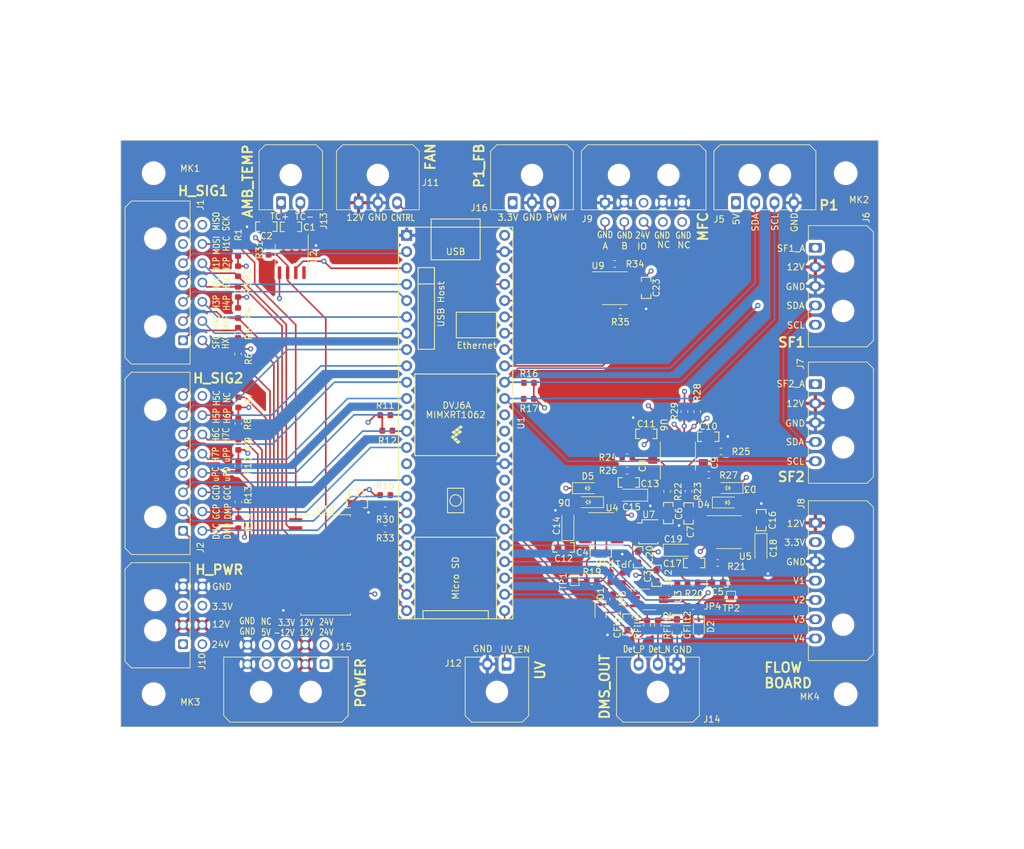
<source format=kicad_pcb>
(kicad_pcb (version 20221018) (generator pcbnew)
  (layers (0 "F.Cu" jumper) (1 "In1.Cu" signal) (2 "In2.Cu" signal) (31 "B.Cu" signal) (34 "B.Paste" user) (35 "F.Paste" user) (36 "B.SilkS" user "B.Silkscreen") (37 "F.SilkS" user "F.Silkscreen") (38 "B.Mask" user) (39 "F.Mask" user) (44 "Edge.Cuts" user))
  (net 0 "")
  (net 1 "+12V")
  (net 2 "/MISO_1")
  (net 3 "/HL1_PWM_IN")
  (net 4 "/HL2_PWM_IN")
  (net 5 "GNDREF")
  (net 6 "-12V")
  (net 7 "/HL3_PWM_IN")
  (net 8 "/HL4_PWM_IN")
  (net 9 "/Det_Neg_ARead")
  (net 10 "/HLX_PWM_IN")
  (net 11 "/Det_Pos_ARead")
  (net 12 "/HL5_PWM_IN")
  (net 13 "/HL6_PWM_IN")
  (net 14 "/HL7_PWM_IN")
  (net 15 "/uPC_PWM_IN")
  (net 16 "/MOSI_1")
  (net 17 "/SCK_1")
  (net 18 "/GC_PWM_IN")
  (net 19 "/DMS_PWM_IN")
  (net 20 "Net-(D5-A)")
  (net 21 "Net-(D3-A)")
  (net 22 "/DMS_RTD_DRDY")
  (net 23 "/CS_0")
  (net 24 "/VALVE4")
  (net 25 "/VALVE3")
  (net 26 "/VALVE2")
  (net 27 "/VALVE1")
  (net 28 "/GC_RTD_DRDY")
  (net 29 "/CS_1")
  (net 30 "/uPC_RTD_DRDY")
  (net 31 "/CS_2")
  (net 32 "/CS_3")
  (net 33 "/CS_EN")
  (net 34 "/UV_EN")
  (net 35 "/SCL1")
  (net 36 "/SDA1")
  (net 37 "/P1_PWM_IN")
  (net 38 "/MFC_IO_LINK")
  (net 39 "/MFC_RTS")
  (net 40 "/MFC_TX")
  (net 41 "/MFC_RX")
  (net 42 "/FAN_CONTROL")
  (net 43 "/DMS SIGNAL/Detect_Pos")
  (net 44 "Net-(U3A-+)")
  (net 45 "Net-(U3B-+)")
  (net 46 "/DMS SIGNAL/Detect_Neg")
  (net 47 "+5V")
  (net 49 "Net-(U4--)")
  (net 50 "1p25VRef")
  (net 54 "Net-(U5--)")
  (net 55 "2p5VRef")
  (net 58 "Net-(U6-AINP_A)")
  (net 59 "Net-(U6-AINM_A)")
  (net 60 "Net-(U6-AINM_B)")
  (net 61 "Net-(U6-AINP_B)")
  (net 63 "/Det_ADC_CS")
  (net 66 "/MFC/MFC_A")
  (net 67 "/MFC/MFC_B")
  (net 68 "+3.3V")
  (net 69 "/AMBIENT TEMP/TCA-")
  (net 70 "/AMBIENT TEMP/TCA+")
  (net 71 "Net-(C6-Pad1)")
  (net 72 "Net-(C7-Pad1)")
  (net 73 "/SAFETY_CS")
  (net 74 "/HL4_CS")
  (net 75 "/HL2_CS")
  (net 76 "/HLX_CS")
  (net 77 "/HL3_CS")
  (net 78 "/HL1_CS")
  (net 79 "/DMS_RTD_CS")
  (net 80 "/uPC_RTD_CS")
  (net 81 "/HL6_CS")
  (net 82 "/HL5_CS")
  (net 83 "/GC_RTD_CS")
  (net 84 "/HL7_CS")
  (net 87 "/ANALOG_SF1")
  (net 88 "/ANALOG_SF2")
  (net 89 "+24V")
  (net 91 "/DMS SIGNAL/Detect_Pos_Unfiltered")
  (net 92 "/DMS SIGNAL/Detect_Neg_Unfiltered")
  (net 93 "/DMS SIGNAL/Det_Signal_ADC/Det_Pos_Signal")
  (net 94 "/DMS SIGNAL/Det_Signal_ADC/Det_Neg_Signal")
  (net 96 "/AMBIENT_CS")
  (footprint "NYSEARCH:C_0603_1608Metric_HandSolder" (layer "F.Cu") (at 180.4757 117.4562)
    (fp_text reference "C5")
    (fp_text value "0.1u")
  )
  (footprint "MountingHole:MountingHole_3.2mm_M3" (layer "F.Cu") (at 200.4224 53.781)
    (fp_text reference "MK2")
    (fp_text value "Mounting_Hole")
  )
  (footprint "NYSEARCH:R_0603_1608Metric" (layer "F.Cu") (at 151.1575 86.41)
    (fp_text reference "R16")
    (fp_text value "4.7k")
  )
  (footprint "Connector_Molex:Molex_Micro-Fit_3.0_43650-0500_1x05_P3.00mm_Horizontal" (layer "F.Cu") (at 195.705 86.6094 -90)
    (fp_text reference "J7")
    (fp_text value "SF2")
  )
  (footprint "NYSEARCH:R_0603_1608Metric" (layer "F.Cu") (at 175.3378 90.8623 -90)
    (fp_text reference "R29")
    (fp_text value "4.7k")
  )
  (footprint "Connector_Molex:Molex_Micro-Fit_3.0_43650-0400_1x04_P3.00mm_Horizontal" (layer "F.Cu") (at 183.35 58.375)
    (fp_text reference "J5")
    (fp_text value "P1")
  )
  (footprint "NYSEARCH:C_0603_1608Metric_HandSolder" (layer "F.Cu") (at 166.6878 101.9114)
    (fp_text reference "C13")
    (fp_text value "0.1u")
  )
  (footprint "NYSEARCH:R_0603_1608Metric" (layer "F.Cu") (at 179.1223 100.743 180)
    (fp_text reference "R27")
    (fp_text value "10")
  )
  (footprint "NYSEARCH:R_0603_1608Metric" (layer "F.Cu") (at 164.2494 120.0724 -90)
    (fp_text reference "JP3")
    (fp_text value "SJ_2_Open")
  )
  (footprint "Connector_Molex:Molex_Micro-Fit_3.0_43045-1600_2x08_P3.00mm_Horizontal" (layer "F.Cu") (at 97.35 109.4446 90)
    (fp_text reference "J2")
    (fp_text value "HEATER_SIGNAL_2")
  )
  (footprint "Capacitor_Tantalum_SMD:CP_EIA-3216-18_Kemet-A" (layer "F.Cu") (at 187.233 112.1646 -90)
    (fp_text reference "C18")
    (fp_text value "6.8u")
  )
  (footprint "NYSEARCH:C_0603_1608Metric_HandSolder" (layer "F.Cu") (at 179.0462 94.7994)
    (fp_text reference "C10")
    (fp_text value "10u")
  )
  (footprint "NYSEARCH:R_0603_1608Metric" (layer "F.Cu") (at 105.8972 81.9154 90)
    (fp_text reference "R6")
    (fp_text value "4.7k")
  )
  (footprint "NYSEARCH:R_0603_1608Metric" (layer "F.Cu") (at 163.83 116.65 -90)
    (fp_text reference "R18")
    (fp_text value "1k")
  )
  (footprint "NYSEARCH:R_0603_1608Metric" (layer "F.Cu") (at 110.65 65.7 90)
    (fp_text reference "R31")
    (fp_text value "4.7k")
  )
  (footprint "Package_SO:SOIC-8_3.9x4.9mm_P1.27mm" (layer "F.Cu") (at 182.28 109.65)
    (fp_text reference "U5")
    (fp_text value "THS4031")
  )
  (footprint "NYSEARCH:R_0603_1608Metric" (layer "F.Cu") (at 105.8972 72.2634 -90)
    (fp_text reference "R3")
    (fp_text value "4.7k")
  )
  (footprint "TestPoint:TestPoint_Pad_1.0x1.0mm" (layer "F.Cu") (at 158.255 117.25 90)
    (fp_text reference "TP1")
    (fp_text value "Det_P_TP")
  )
  (footprint "NYSEARCH:C_0603_1608Metric_HandSolder" (layer "F.Cu") (at 168.1356 113.5446 90)
    (fp_text reference "C20")
    (fp_text value "100n")
  )
  (footprint "NYSEARCH:R_0603_1608Metric" (layer "F.Cu") (at 105.95 99.354 90)
    (fp_text reference "R10")
    (fp_text value "4.7k")
  )
  (footprint "NYSEARCH:R_0603_1608Metric" (layer "F.Cu") (at 176.68 121.15)
    (fp_text reference "JP4")
    (fp_text value "SJ_2_Open")
  )
  (footprint "NYSEARCH:C_0603_1608Metric_HandSolder" (layer "F.Cu") (at 162.33 112.8)
    (fp_text reference "C4")
    (fp_text value "0.1u")
  )
  (footprint "NYSEARCH:R_0603_1608Metric" (layer "F.Cu") (at 128.8 106.25 180)
    (fp_text reference "R30")
    (fp_text value "4.7k")
  )
  (footprint "Package_SO:SOIC-8_3.9x4.9mm_P1.27mm" (layer "F.Cu") (at 162.38 109.175 180)
    (fp_text reference "U4")
    (fp_text value "THS4031")
  )
  (footprint "Capacitor_SMD:C_0805_2012Metric_Pad1.29x1.40mm_HandSolder" (layer "F.Cu") (at 178.2842 97.949 90)
    (fp_text reference "C9")
    (fp_text value "8.2n")
  )
  (footprint "NYSEARCH:C_0603_1608Metric_HandSolder" (layer "F.Cu") (at 187.2838 107.7704 90)
    (fp_text reference "C16")
    (fp_text value "0.1u")
  )
  (footprint "NYSEARCH:C_0603_1608Metric_HandSolder" (layer "F.Cu") (at 171.0058 116.4402 90)
    (fp_text reference "C3")
    (fp_text value "100n")
  )
  (footprint "NYSEARCH:R_0603_1608Metric" (layer "F.Cu") (at 105.8972 69.0375 90)
    (fp_text reference "R2")
    (fp_text value "4.7k")
  )
  (footprint "NYSEARCH:R_0603_1608Metric" (layer "F.Cu") (at 165.375 75.355)
    (fp_text reference "R35")
    (fp_text value "330")
  )
  (footprint "Capacitor_Tantalum_SMD:CP_EIA-3216-18_Kemet-A" (layer "F.Cu") (at 174.3586 112.4524)
    (fp_text reference "C19")
    (fp_text value "6.8u")
  )
  (footprint "NYSEARCH:R_0603_1608Metric" (layer "F.Cu") (at 165.755 116.775 90)
    (fp_text reference "JP1")
    (fp_text value "SJ_2_Open")
  )
  (footprint "Connector_Molex:Molex_Micro-Fit_3.0_43650-0300_1x03_P3.00mm_Horizontal" (layer "F.Cu") (at 148.625 58.375)
    (fp_text reference "J16")
    (fp_text value "P1_FB")
  )
  (footprint "NYSEARCH:C_0603_1608Metric_HandSolder" (layer "F.Cu") (at 175.9842 106.7374 -90)
    (fp_text reference "C7")
    (fp_text value "10u")
  )
  (footprint "Connector_Molex:Molex_Micro-Fit_3.0_43650-0300_1x03_P3.00mm_Horizontal" (layer "F.Cu") (at 174.2194 130.1892 180)
    (fp_text reference "J14")
    (fp_text value "DMS_Output")
  )
  (footprint "TestPoint:TestPoint_Pad_1.0x1.0mm" (layer "F.Cu") (at 182.58 119.55 -90)
    (fp_text reference "TP2")
    (fp_text value "Det_N_TP")
  )
  (footprint "Diode_SMD:D_SOD-323" (layer "F.Cu") (at 162.2682 121.9266 -90)
    (fp_text reference "D1")
    (fp_text value "MM3Z3V0T1G")
  )
  (footprint "NYSEARCH:R_0603_1608Metric" (layer "F.Cu") (at 105.95 96.052 -90)
    (fp_text reference "R9")
    (fp_text value "4.7k")
  )
  (footprint "NYSEARCH:R_0603_1608Metric" (layer "F.Cu") (at 166.4338 100.0826)
    (fp_text reference "R26")
    (fp_text value "10")
  )
  (footprint "Package_SO:SOIC-8_3.9x4.9mm_P1.27mm" (layer "F.Cu") (at 164.5 71.68)
    (fp_text reference "U9")
    (fp_text value "SP3485CN")
  )
  (footprint "NYSEARCH:R_0603_1608Metric" (layer "F.Cu") (at 129.125 93.85 180)
    (fp_text reference "R12")
    (fp_text value "4.7k")
  )
  (footprint "Connector_Molex:Molex_Micro-Fit_3.0_43650-0500_1x05_P3.00mm_Horizontal" (layer "F.Cu") (at 195.705 65.375 -90)
    (fp_text reference "J6")
    (fp_text value "SF1")
  )
  (footprint "NYSEARCH:C_0603_1608Metric_HandSolder" (layer "F.Cu") (at 174.1808 124.111 90)
    (fp_text reference "CFilt2")
    (fp_text value "100n")
  )
  (footprint "NYSEARCH:R_0603_1608Metric" (layer "F.Cu") (at 174.23 116.775 90)
    (fp_text reference "JP2")
    (fp_text value "SJ_2_Open")
  )
  (footprint "NYSEARCH:R_0603_1608Metric" (layer "F.Cu") (at 105.95 108.244 90)
    (fp_text reference "R14")
    (fp_text value "4.7k")
  )
  (footprint "NYSEARCH:R_0603_1608Metric" (layer "F.Cu") (at 175.9842 103.283 -90)
    (fp_text reference "R23")
    (fp_text value "0.1")
  )
  (footprint "NYSEARCH:R_0603_1608Metric" (layer "F.Cu") (at 105.8972 65.8879 -90)
    (fp_text reference "R1")
    (fp_text value "4.7k")
  )
  (footprint "MountingHole:MountingHole_3.2mm_M3" (layer "F.Cu") (at 92.7694 53.781)
    (fp_text reference "MK1")
    (fp_text value "Mounting_Hole")
  )
  (footprint "Capacitor_SMD:C_0805_2012Metric_Pad1.29x1.40mm_HandSolder" (layer "F.Cu") (at 170.4108 99.3206 90)
    (fp_text reference "C8")
    (fp_text value "8.2n")
  )
  (footprint "NYSEARCH:C_0603_1608Metric_HandSolder" (layer "F.Cu") (at 166.4846 124.0348 -90)
    (fp_text reference "CFilt1")
    (fp_text value "100n")
  )
  (footprint "NYSEARCH:R_0603_1608Metric" (layer "F.Cu") (at 164.4796 67.8924)
    (fp_text reference "R34")
    (fp_text value "220")
  )
  (footprint "NYSEARCH:D_SOD-323_STMicroelectronics" (layer "F.Cu") (at 160.3124 102.8004)
    (fp_text reference "D5")
    (fp_text value "BAT48")
  )
  (footprint "NYSEARCH:R_0603_1608Metric" (layer "F.Cu") (at 105.8972 75.5354 90)
    (fp_text reference "R4")
    (fp_text value "4.7k")
  )
  (footprint "NYSEARCH:SO-8_Maxim" (layer "F.Cu") (at 114.25 66.8 -90)
    (fp_text reference "U2")
    (fp_text value "MAX31855")
  )
  (footprint "NYSEARCH:R_0603_1608Metric" (layer "F.Cu") (at 105.95 89.448 -90)
    (fp_text reference "R7")
    (fp_text value "4.7k")
  )
  (footprint "NYSEARCH:R_0603_1608Metric" (layer "F.Cu") (at 160.922 117.3038)
    (fp_text reference "R19")
    (fp_text value "1k")
  )
  (footprint "NYSEARCH:R_0603_1608Metric" (layer "F.Cu") (at 169.5326 124.1618 90)
    (fp_text reference "RFilt1")
    (fp_text value "1k")
  )
  (footprint "Connector_Molex:Molex_Micro-Fit_3.0_43650-0700_1x07_P3.00mm_Horizontal" (layer "F.Cu") (at 195.705 108.2022 -90)
    (fp_text reference "J8")
    (fp_text value "Flow Control Board")
  )
  (footprint "NYSEARCH:R_0603_1608Metric" (layer "F.Cu") (at 171.209 124.1618 90)
    (fp_text reference "RFilt2")
    (fp_text value "1k")
  )
  (footprint "Package_SO:VSSOP-8_3.0x3.0mm_P0.65mm" (layer "F.Cu") (at 169.898 120.1232)
    (fp_text reference "U3")
    (fp_text value "TLV2333")
  )
  (footprint "NYSEARCH:R_0603_1608Metric" (layer "F.Cu") (at 172.6568 103.3084 -90)
    (fp_text reference "R22")
    (fp_text value "0.1")
  )
  (footprint "NYSEARCH:C_0603_1608Metric_HandSolder" (layer "F.Cu") (at 114.1302 62.133 180)
    (fp_text reference "C1")
    (fp_text value "10n")
  )
  (footprint "NYSEARCH:C_0603_1608Metric_HandSolder" (layer "F.Cu") (at 124.4 105.125 180)
    (fp_text reference "C21")
    (fp_text value "10u")
  )
  (footprint "NYSEARCH:C_0603_1608Metric_HandSolder" (layer "F.Cu") (at 110.296 62.1076 180)
    (fp_text reference "C2")
    (fp_text value "100n")
  )
  (footprint "NYSEARCH:R_0603_1608Metric" (layer "F.Cu") (at 166.4338 97.9998 180)
    (fp_text reference "R24")
    (fp_text value "10")
  )
  (footprint "Package_SO:TSSOP-16_4.4x5mm_P0.65mm" (layer "F.Cu") (at 174.3218 97.7966 90)
    (fp_text reference "U6")
    (fp_text value "ADS8353_TSSOP-16")
  )
  (footprint "Connector_Molex:Molex_Micro-Fit_3.0_43650-0200_1x02_P3.00mm_Horizontal" (layer "F.Cu") (at 112.6 58.375)
    (fp_text reference "J13")
    (fp_text value "AMBIENT_TEMP")
  )
  (footprint "Connector_Molex:Molex_Micro-Fit_3.0_43045-0800_2x04_P3.00mm_Horizontal" (layer "F.Cu") (at 97.35 127.0892 90)
    (fp_text reference "J10")
    (fp_text value "POWER_HEAT")
  )
  (footprint "NYSEARCH:Molex_Micro-Fit_3.0_43045-1000_2x05_P3.00mm_Horizontal" (layer "F.Cu") (at 119.3556 130.1892 180)
    (fp_text reference "J15")
    (fp_text value "Power_IN")
  )
  (footprint "NYSEARCH:R_0603_1608Metric" (layer "F.Cu") (at 128.8 103.8868 180)
    (fp_text reference "R15")
    (fp_text value "4.7k")
  )
  (footprint "NYSEARCH:C_0603_1608Metric_HandSolder" (layer "F.Cu") (at 169.375 71.63 90)
    (fp_text reference "C23")
    (fp_text value "0.1u")
  )
  (footprint "NYSEARCH:R_0603_1608Metric" (layer "F.Cu") (at 128.8 109.15 180)
    (fp_text reference "R33")
    (fp_text value "4.7k")
  )
  (footprint "NIH-SCENT:Teensy41_Mounted" (layer "F.Cu") (at 139.75 92.66 -90)
    (fp_text reference "U1")
    (fp_text value "Teensy4.1_Mounted")
  )
  (footprint "MountingHole:MountingHole_3.2mm_M3" (layer "F.Cu") (at 92.7694 134.865)
    (fp_text reference "MK3")
    (fp_text value "Mounting_Hole")
  )
  (footprint "NYSEARCH:R_0603_1608Metric" (layer "F.Cu") (at 181.0274 97.0854 180)
    (fp_text reference "R25")
    (fp_text value "10")
  )
  (footprint "Package_SO:SOIC-24W_7.5x15.4mm_P1.27mm" (layer "F.Cu") (at 119.525 114.75)
    (fp_text reference "U10")
    (fp_text value "CD74HC154")
  )
  (footprint "Connector_Molex:Molex_Micro-Fit_3.0_43650-0300_1x03_P3.00mm_Horizontal" (layer "F.Cu") (at 124.65 58.375)
    (fp_text reference "J11")
    (fp_text value "Fan")
  )
  (footprint "NYSEARCH:C_0603_1608Metric_HandSolder" (layer "F.Cu") (at 176.8478 114.459 180)
    (fp_text reference "C17")
    (fp_text value "0.1u")
  )
  (footprint "NYSEARCH:R_0603_1608Metric" (layer "F.Cu") (at 151.1125 88.9)
    (fp_text reference "R17")
    (fp_text value "4.7k")
  )
  (footprint "Connector_Molex:Molex_Micro-Fit_3.0_43045-1000_2x05_P3.00mm_Horizontal" (layer "F.Cu") (at 162.9875 58.375)
    (fp_text reference "J9")
    (fp_text value "MFC")
  )
  (footprint "NYSEARCH:D_SOD-323_STMicroelectronics" (layer "F.Cu") (at 182.045 102.775 180)
    (fp_text reference "D3")
    (fp_text value "BAT48")
  )
  (footprint "Capacitor_Tantalum_SMD:CP_EIA-3216-18_Kemet-A" (layer "F.Cu") (at 167.3114 103.8926 180)
    (fp_text reference "C15")
    (fp_text value "6.8u")
  )
  (footprint "Connector_Molex:Molex_Micro-Fit_3.0_43650-0200_1x02_P3.00mm_Horizontal" (layer "F.Cu") (at 147.675 130.1892 180)
    (fp_text reference "J12")
    (fp_text value "HVPS")
  )
  (footprint "NYSEARCH:R_0603_1608Metric" (layer "F.Cu") (at 128.8 91.4408 180)
    (fp_text reference "R11")
    (fp_text value "4.7k")
  )
  (footprint "NYSEARCH:C_0603_1608Metric_HandSolder" (layer "F.Cu") (at 156.555 112.025 180)
    (fp_text reference "C12")
    (fp_text value "0.1u")
  )
  (footprint "NYSEARCH:SOT23-5_Ref2025" (layer "F.Cu") (at 169.7358 108.7236)
    (fp_text reference "U7")
    (fp_text value "Ref2025")
  )
  (footprint "MountingHole:MountingHole_3.2mm_M3" (layer "F.Cu") (at 200.4224 134.865)
    (fp_text reference "MK4")
    (fp_text value "Mounting_Hole")
  )
  (footprint "Capacitor_Tantalum_SMD:CP_EIA-3216-18_Kemet-A" (layer "F.Cu") (at 157.205 108.65 90)
    (fp_text reference "C14")
    (fp_text value "6.8u")
  )
  (footprint "NYSEARCH:C_0603_1608Metric_HandSolder" (layer "F.Cu") (at 169.4108 94.345)
    (fp_text reference "C11")
    (fp_text value "10u")
  )
  (footprint "Diode_SMD:D_SOD-323" (layer "F.Cu") (at 177.58 124.35 -90)
    (fp_text reference "D2")
    (fp_text value "MM3Z3V0T1G")
  )
  (footprint "NYSEARCH:R_0603_1608Metric" (layer "F.Cu") (at 176.6036 117.4816 180)
    (fp_text reference "R20")
    (fp_text value "1k")
  )
  (footprint "NYSEARCH:R_0603_1608Metric" (layer "F.Cu") (at 177.319 90.8878 -90)
    (fp_text reference "R28")
    (fp_text value "10k")
  )
  (footprint "NYSEARCH:R_0603_1608Metric" (layer "F.Cu") (at 180.5054 114.4336 180)
    (fp_text reference "R21")
    (fp_text value "1k")
  )
  (footprint "NYSEARCH:C_0603_1608Metric_HandSolder" (layer "F.Cu") (at 172.8346 106.6866 -90)
    (fp_text reference "C6")
    (fp_text value "10u")
  )
  (footprint "NYSEARCH:D_SOD-323_STMicroelectronics" (layer "F.Cu") (at 160.3378 104.9848 180)
    (fp_text reference "D6")
    (fp_text value "BAT48")
  )
  (footprint "NYSEARCH:D_SOD-323_STMicroelectronics" (layer "F.Cu") (at 182.0802 105.0356)
    (fp_text reference "D4")
    (fp_text value "BAT48")
  )
  (footprint "NYSEARCH:R_0603_1608Metric" (layer "F.Cu") (at 105.95 104.942 -90)
    (fp_text reference "R13")
    (fp_text value "4.7k")
  )
  (footprint "NYSEARCH:R_0603_1608Metric" (layer "F.Cu") (at 105.95 92.75 90)
    (fp_text reference "R8")
    (fp_text value "4.7k")
  )
  (footprint "NYSEARCH:R_0603_1608Metric" (layer "F.Cu") (at 105.8972 78.6134 -90)
    (fp_text reference "R5")
    (fp_text value "4.7k")
  )
  (footprint "Connector_Molex:Molex_Micro-Fit_3.0_43045-1400_2x07_P3.00mm_Horizontal" (layer "F.Cu") (at 97.35 79.8 90)
    (fp_text reference "J1")
    (fp_text value "HEATER_SIGNAL_1")
  )
  (gr_rect (start 87.6554 48.674) (end 205.5114 139.954) (stroke (width 0.1)) (fill none) (layer "Edge.Cuts"))
  (gr_text "NC" (at 171 65.5) (layer "F.SilkS") (effects (font (size 1 1)) (justify left bottom)))
  (gr_text "P1" (at 196.15 59.65) (layer "F.SilkS") (effects (font (size 1.5 1.5) (thickness 0.3) bold) (justify left bottom)))
  (gr_text "GND" (at 173.375 128.525) (layer "F.SilkS") (effects (font (size 1 1)) (justify left bottom)))
  (gr_text "24V" (at 167.625 64.025) (layer "F.SilkS") (effects (font (size 1 0.8)) (justify left bottom)))
  (gr_text "12V" (at 191.1 90.225) (layer "F.SilkS") (effects (font (size 1 1)) (justify left bottom)))
  (gr_text "GND" (at 173.85 64.05) (layer "F.SilkS") (effects (font (size 1 0.8)) (justify left bottom)))
  (gr_text "H6C" (at 103.05 95.875 90) (layer "F.SilkS") (effects (font (size 1 0.8)) (justify left bottom)))
  (gr_text "H2C" (at 103.15 72.2 90) (layer "F.SilkS") (effects (font (size 1 0.8)) (justify left bottom)))
  (gr_text "5V" (at 184 61.95 90) (layer "F.SilkS") (effects (font (size 1 1)) (justify left bottom)))
  (gr_text "H5P" (at 103.125 92.85 90) (layer "F.SilkS") (effects (font (size 1 0.8)) (justify left bottom)))
  (gr_text "V2" (at 192.175 120.8) (layer "F.SilkS") (effects (font (size 1 1)) (justify left bottom)))
  (gr_text "GND" (at 164.725 64.025) (layer "F.SilkS") (effects (font (size 1 0.8)) (justify left bottom)))
  (gr_text "GND" (at 191.075 114.875) (layer "F.SilkS") (effects (font (size 1 1)) (justify left bottom)))
  (gr_text "Det_N" (at 169.65 128.45) (layer "F.SilkS") (effects (font (size 1 0.8)) (justify left bottom)))
  (gr_text "TC+" (at 110.775 61.1) (layer "F.SilkS") (effects (font (size 1 1)) (justify left bottom)))
  (gr_text "Det_P" (at 165.7 128.45) (layer "F.SilkS") (effects (font (size 1 0.8)) (justify left bottom)))
  (gr_text "DMS_OUT" (at 163.8 138.95 90) (layer "F.SilkS") (effects (font (size 1.5 1.5) (thickness 0.3) bold) (justify left bottom)))
  (gr_text "NC" (at 104.75 89.625 90) (layer "F.SilkS") (effects (font (size 1 0.8)) (justify left bottom)))
  (gr_text "SF2" (at 189.7 101.925) (layer "F.SilkS") (effects (font (size 1.5 1.5) (thickness 0.3) bold) (justify left bottom)))
  (gr_text "H6P" (at 104.775 92.85 90) (layer "F.SilkS") (effects (font (size 1 0.8)) (justify left bottom)))
  (gr_text "SCL" (at 191.125 99.225) (layer "F.SilkS") (effects (font (size 1 1)) (justify left bottom)))
  (gr_text "12V" (at 115.375 125.825) (layer "F.SilkS") (effects (font (size 1 0.8)) (justify left bottom)))
  (gr_text "5V" (at 109.425 125.825) (layer "F.SilkS") (effects (font (size 1 0.8)) (justify left bottom)))
  (gr_text "H7C" (at 104.625 95.875 90) (layer "F.SilkS") (effects (font (size 1 0.8)) (justify left bottom)))
  (gr_text "SDA" (at 186.95 62.95 90) (layer "F.SilkS") (effects (font (size 1 1)) (justify left bottom)))
  (gr_text "SF1" (at 189.75 81) (layer "F.SilkS") (effects (font (size 1.5 1.5) (thickness 0.3) bold) (justify left bottom)))
  (gr_text "GND" (at 193.025 63.05 90) (layer "F.SilkS") (effects (font (size 1 1)) (justify left bottom)))
  (gr_text "H2P" (at 104.7 69.325 90) (layer "F.SilkS") (effects (font (size 1 0.8)) (justify left bottom)))
  (gr_text "UV" (at 153.775 132.775 90) (layer "F.SilkS") (effects (font (size 1.5 1.5) (thickness 0.3) bold) (justify left bottom)))
  (gr_text "GCD" (at 103.1 104.775 90) (layer "F.SilkS") (effects (font (size 1 0.8)) (justify left bottom)))
  (gr_text "12V" (at 115.35 124.3) (layer "F.SilkS") (effects (font (size 1 0.8)) (justify left bottom)))
  (gr_text "24V" (at 118.425 124.225) (layer "F.SilkS") (effects (font (size 1 0.8)) (justify left bottom)))
  (gr_text "HXC" (at 104.55 81.225 90) (layer "F.SilkS") (effects (font (size 1 0.8)) (justify left bottom)))
  (gr_text "SF2_A" (at 189.575 87.15) (layer "F.SilkS") (effects (font (size 1 1)) (justify left bottom)))
  (gr_text "MOSI" (at 103.15 66.55 90) (layer "F.SilkS") (effects (font (size 1 0.8)) (justify left bottom)))
  (gr_text "-12V" (at 111.375 125.875) (layer "F.SilkS") (effects (font (size 1 0.8)) (justify left bottom)))
  (gr_text "GND" (at 161.675 63.95) (layer "F.SilkS") (effects (font (size 1 0.8)) (justify left bottom)))
  (gr_text "GCC" (at 104.825 104.775 90) (layer "F.SilkS") (effects (font (size 1 0.8)) (justify left bottom)))
  (gr_text "GCP" (at 103.125 107.75 90) (layer "F.SilkS") (effects (font (size 1 0.8)) (justify left bottom)))
  (gr_text "HXP" (at 104.65 78.3 90) (layer "F.SilkS") (effects (font (size 1 0.8)) (justify left bottom)))
  (gr_text "SF1_A" (at 189.625 66.075) (layer "F.SilkS") (effects (font (size 1 1)) (justify left bottom)))
  (gr_text "V1" (at 192.175 117.8) (layer "F.SilkS") (effects (font (size 1 1)) (justify left bottom)))
  (gr_text "V4" (at 192.175 126.8) (layer "F.SilkS") (effects (font (size 1 1)) (justify left bottom)))
  (gr_text "uPD" (at 104.75 101.875 90) (layer "F.SilkS") (effects (font (size 1 0.8)) (justify left bottom)))
  (gr_text "POWER" (at 125.825 137.125 90) (layer "F.SilkS") (effects (font (size 1.5 1.5) (thickness 0.3) bold) (justify left bottom)))
  (gr_text "H1C" (at 104.675 66.05 90) (layer "F.SilkS") (effects (font (size 1 0.8)) (justify left bottom)))
  (gr_text "SCK" (at 104.65 62.875 90) (layer "F.SilkS") (effects (font (size 1 0.8)) (justify left bottom)))
  (gr_text "H_SIG1" (at 96.375 57.425) (layer "F.SilkS") (effects (font (size 1.5 1.5) (thickness 0.3) bold) (justify left bottom)))
  (gr_text "TC-" (at 114.625 61.125) (layer "F.SilkS") (effects (font (size 1 1)) (justify left bottom)))
  (gr_text "SCL" (at 191.2 78.025) (layer "F.SilkS") (effects (font (size 1 1)) (justify left bottom)))
  (gr_text "GND" (at 170.55 64.05) (layer "F.SilkS") (effects (font (size 1 0.8)) (justify left bottom)))
  (gr_text "3.3V" (at 112.05 124.325) (layer "F.SilkS") (effects (font (size 1 0.8)) (justify left bottom)))
  (gr_text "12V" (at 191.15 68.975) (layer "F.SilkS") (effects (font (size 1 1)) (justify left bottom)))
  (gr_text "GND" (at 190.95 93.3) (layer "F.SilkS") (effects (font (size 1 1)) (justify left bottom)))
  (gr_text "24V" (at 101.7 127.725) (layer "F.SilkS") (effects (font (size 1 1)) (justify left bottom)))
  (gr_text "H4P" (at 104.7 75.275 90) (layer "F.SilkS") (effects (font (size 1 0.8)) (justify left bottom)))
  (gr_text "DMD" (at 104.825 110.85 90) (layer "F.SilkS") (effects (font (size 1 0.8)) (justify left bottom)))
  (gr_text "12V" (at 191.2 108.9) (layer "F.SilkS") (effects (font (size 1 1)) (justify left bottom)))
  (gr_text "NC" (at 109.375 124.125) (layer "F.SilkS") (effects (font (size 1 0.8)) (justify left bottom)))
  (gr_text "IO" (at 167.9 65.75) (layer "F.SilkS") (effects (font (size 1 1)) (justify left bottom)))
  (gr_text "A" (at 162.5 65.7) (layer "F.SilkS") (effects (font (size 1 1)) (justify left bottom)))
  (gr_text "P1_FB" (at 144.275 56.25 90) (layer "F.SilkS") (effects (font (size 1.5 1.5) (thickness 0.3) bold) (justify left bottom)))
  (gr_text "GND" (at 150.05 61.225) (layer "F.SilkS") (effects (font (size 1 1)) (justify left bottom)))
  (gr_text "NC" (at 174.15 65.55) (layer "F.SilkS") (effects (font (size 1 1)) (justify left bottom)))
  (gr_text "UV_EN" (at 146.6 128.475) (layer "F.SilkS") (effects (font (size 1 1)) (justify left bottom)))
  (gr_text "H7P" (at 103.025 98.9 90) (layer "F.SilkS") (effects (font (size 1 0.8)) (justify left bottom)))
  (gr_text "H3C" (at 104.7 72.175 90) (layer "F.SilkS") (effects (font (size 1 0.8)) (justify left bottom)))
  (gr_text "PWM" (at 153.725 61.25) (layer "F.SilkS") (effects (font (size 1 1)) (justify left bottom)))
  (gr_text "B" (at 165.425 65.7) (layer "F.SilkS") (effects (font (size 1 1)) (justify left bottom)))
  (gr_text "SFC" (at 103.075 81.25 90) (layer "F.SilkS") (effects (font (size 1 0.8)) (justify left bottom)))
  (gr_text "12V" (at 101.775 124.575) (layer "F.SilkS") (effects (font (size 1 1)) (justify left bottom)))
  (gr_text "uPP" (at 104.725 98.875 90) (layer "F.SilkS") (effects (font (size 1 0.8)) (justify left bottom)))
  (gr_text "SCL" (at 190 62.85 90) (layer "F.SilkS") (effects (font (size 1 1)) (justify left bottom)))
  (gr_text "SDA" (at 191.1 74.975) (layer "F.SilkS") (effects (font (size 1 1)) (justify left bottom)))
  (gr_text "MISO" (at 103.1 62.8 90) (layer "F.SilkS") (effects (font (size 1 0.8)) (justify left bottom)))
  (gr_text "3.3V" (at 101.75 121.825) (layer "F.SilkS") (effects (font (size 1 1)) (justify left bottom)))
  (gr_text "V3" (at 192.175 123.8) (layer "F.SilkS") (effects (font (size 1 1)) (justify left bottom)))
  (gr_text "H_PWR" (at 99.075 116.375) (layer "F.SilkS") (effects (font (size 1.5 1.5) (thickness 0.3) bold) (justify left bottom)))
  (gr_text "SDA" (at 191.025 96.2) (layer "F.SilkS") (effects (font (size 1 1)) (justify left bottom)))
  (gr_text "MFC" (at 179.1 64.55 90) (layer "F.SilkS") (effects (font (size 1.5 1.5) (thickness 0.3) bold) (justify left bottom)))
  (gr_text "24V" (at 118.425 125.8) (layer "F.SilkS") (effects (font (size 1 0.8)) (justify left bottom)))
  (gr_text "GND" (at 191 72.025) (layer "F.SilkS") (effects (font (size 1 1)) (justify left bottom)))
  (gr_text "H3P" (at 103.125 75.225 90) (layer "F.SilkS") (effects (font (size 1 0.8)) (justify left bottom)))
  (gr_text "GND" (at 126 61.225) (layer "F.SilkS") (effects (font (size 1 1)) (justify left bottom)))
  (gr_text "GND" (at 142.325 128.4) (layer "F.SilkS") (effects (font (size 1 1)) (justify left bottom)))
  (gr_text "3.3V" (at 190.775 111.85) (layer "F.SilkS") (effects (font (size 1 1)) (justify left bottom)))
  (gr_text "DMP" (at 104.925 107.75 90) (layer "F.SilkS") (effects (font (size 1 0.8)) (justify left bottom)))
  (gr_text "12V" (at 122.65 61.25) (layer "F.SilkS") (effects (font (size 1 1)) (justify left bottom)))
  (gr_text "GND" (at 106 124.05) (layer "F.SilkS") (effects (font (size 1 0.8)) (justify left bottom)))
  (gr_text "FAN" (at 136.7 53.5 90) (layer "F.SilkS") (effects (font (size 1.5 1.5) (thickness 0.3) bold) (justify left bottom)))
  (gr_text "FLOW\nBOARD" (at 187.6 134.025) (layer "F.SilkS") (effects (font (size 1.5 1.5) (thickness 0.3) bold) (justify left bottom)))
  (gr_text "3.3V" (at 146.175 61.25) (layer "F.SilkS") (effects (font (size 1 1)) (justify left bottom)))
  (gr_text "DMC" (at 103.125 110.875 90) (layer "F.SilkS") (effects (font (size 1 0.8)) (justify left bottom)))
  (gr_text "H_SIG2" (at 98.725 86.575) (layer "F.SilkS") (effects (font (size 1.5 1.5) (thickness 0.3) bold) (justify left bottom)))
  (gr_text "CNTRL" (at 129.6 61.3) (layer "F.SilkS") (effects (font (size 1 0.8)) (justify left bottom)))
  (gr_text "uPC" (at 103 101.875 90) (layer "F.SilkS") (effects (font (size 1 0.8)) (justify left bottom)))
  (gr_text "GND" (at 106.05 125.675) (layer "F.SilkS") (effects (font (size 1 0.8)) (justify left bottom)))
  (gr_text "AMB_TEMP" (at 108.275 60.9 90) (layer "F.SilkS") (effects (font (size 1.5 1.5) (thickness 0.3) bold) (justify left bottom)))
  (gr_text "GND" (at 101.775 118.725) (layer "F.SilkS") (effects (font (size 1 1)) (justify left bottom)))
  (gr_text "H5C" (at 103.15 90.075 90) (layer "F.SilkS") (effects (font (size 1 0.8)) (justify left bottom)))
  (gr_text "H1P" (at 103.1 69.3 90) (layer "F.SilkS") (effects (font (size 1 0.8)) (justify left bottom)))
  (gr_text "H4C" (at 103.1 78.225 90) (layer "F.SilkS") (effects (font (size 1 0.8)) (justify left bottom)))
  (segment (start 187.233 108.6962) (end 187.2838 108.6454) (width 0.25) (layer "F.Cu") (net 1))
  (segment (start 184.755 109.015) (end 186.9142 109.015) (width 0.25) (layer "F.Cu") (net 1))
  (segment (start 159.715 110) (end 159.905 109.81) (width 0.25) (layer "F.Cu") (net 1))
  (segment (start 187.233 110.8146) (end 187.233 108.6962) (width 0.25) (layer "F.Cu") (net 1))
  (segment (start 186.9142 109.015) (end 187.2838 108.6454) (width 0.25) (layer "F.Cu") (net 1))
  (segment (start 157.205 110) (end 159.715 110) (width 0.25) (layer "F.Cu") (net 1))
  (segment (start 157.18 110.025) (end 157.205 110) (width 0.25) (layer "F.Cu") (net 1))
  (segment (start 116.025 67.475) (end 114.985 68.515) (width 0.25) (layer "F.Cu") (net 2))
  (segment (start 119.25 67.475) (end 120.35 68.575) (width 0.25) (layer "F.Cu") (net 2))
  (segment (start 114.985 68.515) (end 114.985 69.9875) (width 0.25) (layer "F.Cu") (net 2))
  (segment (start 169.726241 89.975) (end 173.9968 94.245559) (width 0.25) (layer "F.Cu") (net 2))
  (segment (start 169.725 89.975) (end 169.726241 89.975) (width 0.25) (layer "F.Cu") (net 2))
  (segment (start 173.9968 94.245559) (end 173.9968 94.9341) (width 0.25) (layer "F.Cu") (net 2))
  (segment (start 119.25 67.475) (end 116.025 67.475) (width 0.25) (layer "F.Cu") (net 2))
  (segment (start 120.35 68.575) (end 132.085 68.575) (width 0.25) (layer "F.Cu") (net 2))
  (segment (start 132.085 68.575) (end 132.13 68.53) (width 0.25) (layer "F.Cu") (net 2))
  (via (at 119.25 67.475) (size 0.8) (drill 0.4) (layers "F.Cu" "B.Cu") (net 2))
  (via (at 169.725 89.975) (size 0.8) (drill 0.4) (layers "F.Cu" "B.Cu") (net 2))
  (segment (start 131.845 66.275) (end 98.875 66.275) (width 0.25) (layer "B.Cu") (net 3))
  (segment (start 132.13 65.99) (end 131.845 66.275) (width 0.25) (layer "B.Cu") (net 3))
  (segment (start 98.875 66.275) (end 97.35 67.8) (width 0.25) (layer "B.Cu") (net 3))
  (segment (start 132.13 71.07) (end 103.62 71.07) (width 0.25) (layer "B.Cu") (net 4))
  (segment (start 103.62 71.07) (end 100.35 67.8) (width 0.25) (layer "B.Cu") (net 4))
  (segment (start 155.68 112.025) (end 155.68 108.825) (width 0.25) (layer "F.Cu") (net 5))
  (segment (start 175.9334 107.5616) (end 175.9842 107.6124) (width 0.25) (layer "F.Cu") (net 5))
  (segment (start 125.275 105.125) (end 125.275 105.65) (width 0.25) (layer "F.Cu") (net 5))
  (segment (start 118.005 65.0575) (end 118.025 65.0375) (width 0.25) (layer "F.Cu") (net 5))
  (segment (start 179.905 94.7832) (end 179.905 91.35) (width 0.25) (layer "F.Cu") (net 5))
  (segment (start 179.9212 94.7994) (end 179.905 94.7832) (width 0.25) (layer "F.Cu") (net 5))
  (segment (start 113.04 121.735) (end 112.95 121.825) (width 0.25) (layer "F.Cu") (net 5))
  (segment (start 163.4416 124.15) (end 162.2682 122.9766) (width 0.25) (layer "F.Cu") (net 5))
  (segment (start 163.0948 122.15) (end 162.2682 122.9766) (width 0.25) (layer "F.Cu") (net 5))
  (segment (start 166.2568 121.0982) (end 165.205 122.15) (width 0.25) (layer "F.Cu") (net 5))
  (segment (start 128.0125 106.25) (end 126.525 106.25) (width 0.25) (layer "F.Cu") (net 5))
  (segment (start 188.33 114.6116) (end 188.33 116.1) (width 0.25) (layer "F.Cu") (net 5))
  (segment (start 178.6553 90.1003) (end 177.319 90.1003) (width 0.25) (layer "F.Cu") (net 5))
  (segment (start 165.7444 125.65) (end 163.38 125.65) (width 0.25) (layer "F.Cu") (net 5))
  (segment (start 182.0306 94.7994) (end 182.08 94.75) (width 0.25) (layer "F.Cu") (net 5))
  (segment (start 179.905 91.35) (end 178.6553 90.1003) (width 0.25) (layer "F.Cu") (net 5))
  (segment (start 185.424 105.0356) (end 183.6902 105.0356) (width 0.25) (layer "F.Cu") (net 5))
  (segment (start 168.6614 103.01) (end 167.5628 101.9114) (width 0.25) (layer "F.Cu") (net 5))
  (segment (start 168.1356 114.4196) (end 167.3356 113.6196) (width 0.25) (layer "F.Cu") (net 5))
  (segment (start 187.233 113.5146) (end 188.33 114.6116) (width 0.25) (layer "F.Cu") (net 5))
  (segment (start 125.275 105.65) (end 126.2 106.575) (width 0.25) (layer "F.Cu") (net 5))
  (segment (start 177.58 125.4) (end 177.166 124.986) (width 0.25) (layer "F.Cu") (net 5))
  (segment (start 167.698 121.0982) (end 166.2568 121.0982) (width 0.25) (layer "F.Cu") (net 5))
  (segment (start 166.9996 114.4196) (end 165.655 113.075) (width 0.25) (layer "F.Cu") (net 5))
  (segment (start 171.0058 115.5652) (end 171.0058 114.4552) (width 0.25) (layer "F.Cu") (net 5))
  (segment (start 171.0058 115.5652) (end 169.2812 115.5652) (width 0.25) (layer "F.Cu") (net 5))
  (segment (start 166.975 73.585) (end 168.295 73.585) (width 0.25) (layer "F.Cu") (net 5))
  (segment (start 168.5358 94.345) (end 167.38 93.1892) (width 0.25) (layer "F.Cu") (net 5))
  (segment (start 126.525 106.25) (end 126.2 106.575) (width 0.25) (layer "F.Cu") (net 5))
  (segment (start 175.9842 107.6124) (end 175.9842 108.0208) (width 0.25) (layer "F.Cu") (net 5))
  (segment (start 155.68 108.825) (end 157.205 107.3) (width 0.25) (layer "F.Cu") (net 5))
  (segment (start 170.276241 91.825) (end 167.38 91.825) (width 0.25) (layer "F.Cu") (net 5))
  (segment (start 168.295 73.585) (end 169.375 72.505) (width 0.25) (layer "F.Cu") (net 5))
  (segment (start 168.1356 114.4196) (end 166.9996 114.4196) (width 0.25) (layer "F.Cu") (net 5))
  (segment (start 157.205 107.3) (end 156.33 107.3) (width 0.25) (layer "F.Cu") (net 5))
  (segment (start 172.6968 94.9341) (end 172.6968 94.245559) (width 0.25) (layer "F.Cu") (net 5))
  (segment (start 174.1808 124.986) (end 174.2194 125.0246) (width 0.25) (layer "F.Cu") (net 5))
  (segment (start 158.7278 105.7772) (end 158.7278 104.9848) (width 0.25) (layer "F.Cu") (net 5))
  (segment (start 175.38 108.625) (end 174.505 108.625) (width 0.25) (layer "F.Cu") (net 5))
  (segment (start 168.6614 103.8926) (end 168.6614 104.1814) (width 0.25) (layer "F.Cu") (net 5))
  (segment (start 173.9968 105.969895) (end 173.9968 100.6591) (width 0.25) (layer "F.Cu") (net 5))
  (segment (start 169.375 72.505) (end 169.375 74.9) (width 0.25) (layer "F.Cu") (net 5))
  (segment (start 179.9212 95.1917) (end 181.8149 97.0854) (width 0.25) (layer "F.Cu") (net 5))
  (segment (start 171.0058 114.4552) (end 173.0086 112.4524) (width 0.25) (layer "F.Cu") (net 5))
  (segment (start 169.2812 115.5652) (end 168.1356 114.4196) (width 0.25) (layer "F.Cu") (net 5))
  (segment (start 179.9212 94.7994) (end 179.9212 95.1917) (width 0.25) (layer "F.Cu") (net 5))
  (segment (start 187.2838 106.8954) (end 187.2838 105.2212) (width 0.25) (layer "F.Cu") (net 5))
  (segment (start 166.4846 124.9098) (end 165.7248 124.15) (width 0.25) (layer "F.Cu") (net 5))
  (segment (start 165.7248 124.15) (end 163.4416 124.15) (width 0.25) (layer "F.Cu") (net 5))
  (segment (start 165.205 122.15) (end 163.0948 122.15) (width 0.25) (layer "F.Cu") (net 5))
  (segment (start 128.0125 109.15) (end 128.0125 106.25) (width 0.25) (layer "F.Cu") (net 5))
  (segment (start 172.6968 94.245559) (end 170.276241 91.825) (width 0.25) (layer "F.Cu") (net 5))
  (segment (start 168.5358 94.345) (end 165.6463 97.2345) (width 0.25) (layer "F.Cu") (net 5))
  (segment (start 175.9842 108.0208) (end 175.38 108.625) (width 0.25) (layer "F.Cu") (net 5))
  (segment (start 177.166 124.986) (end 174.1808 124.986) (width 0.25) (layer "F.Cu") (net 5))
  (segment (start 172.8346 107.5616) (end 172.8346 107.132095) (width 0.25) (layer "F.Cu") (net 5))
  (segment (start 173.9968 100.6591) (end 174.6468 100.6591) (width 0.25) (layer "F.Cu") (net 5))
  (segment (start 168.6614 103.8926) (end 168.6614 103.01) (width 0.25) (layer "F.Cu") (net 5))
  (segment (start 168.6614 104.1814) (end 170.03 105.55) (width 0.25) (layer "F.Cu") (net 5))
  (segment (start 172.8346 107.5616) (end 175.9334 107.5616) (width 0.25) (layer "F.Cu") (net 5))
  (segment (start 166.1625 74.3975) (end 166.975 73.585) (width 0.25) (layer "F.Cu") (net 5))
  (segment (start 166.4846 124.9098) (end 165.7444 125.65) (width 0.25) (layer "F.Cu") (net 5))
  (segment (start 168.0064 109.6736) (end 168.3858 109.6736) (width 0.25) (layer "F.Cu") (net 5))
  (segment (start 107.3 62.1076) (end 109.421 62.1076) (width 0.25) (layer "F.Cu") (net 5))
  (segment (start 114.875 121.735) (end 113.04 121.735) (width 0.25) (layer "F.Cu") (net 5))
  (segment (start 116.255 65.0575) (end 118.005 65.0575) (width 0.25) (layer "F.Cu") (net 5))
  (segment (start 174.2244 125.0296) (end 174.1808 124.986) (width 0.25) (layer "F.Cu") (net 5))
  (segment (start 175.0152 114.459) (end 173.0086 112.4524) (width 0.25) (layer "F.Cu") (net 5))
  (segment (start 157.205 107.3) (end 158.7278 105.7772) (width 0.25) (layer "F.Cu") (net 5))
  (segment (start 167.3356 113.6196) (end 167.3356 110.3444) (width 0.25) (layer "F.Cu") (net 5))
  (segment (start 167.3356 110.3444) (end 168.0064 109.6736) (width 0.25) (layer "F.Cu") (net 5))
  (segment (start 167.38 93.1892) (end 167.38 91.825) (width 0.25) (layer "F.Cu") (net 5))
  (segment (start 187.2838 105.2212) (end 187.305 105.2) (width 0.25) (layer "F.Cu") (net 5))
  (segment (start 187.2838 106.8954) (end 185.424 105.0356) (width 0.25) (layer "F.Cu") (net 5))
  (segment (start 156.33 107.3) (end 155.28 106.25) (width 0.25) (layer "F.Cu") (net 5))
  (segment (start 179.9212 94.7994) (end 182.0306 94.7994) (width 0.25) (layer "F.Cu") (net 5))
  (segment (start 174.2194 125.0246) (end 174.2194 130.1892) (width 0.25) (layer "F.Cu") (net 5))
  (segment (start 172.8346 107.132095) (end 173.9968 105.969895) (width 0.25) (layer "F.Cu") (net 5))
  (segment (start 175.9728 114.459) (end 175.0152 114.459) (width 0.25) (layer "F.Cu") (net 5))
  (segment (start 165.6463 97.2345) (end 165.6463 97.9998) (width 0.25) (layer "F.Cu") (net 5))
  (segment (start 166.1625 75.355) (end 166.1625 74.3975) (width 0.25) (layer "F.Cu") (net 5))
  (via (at 187.305 105.2) (size 0.8) (drill 0.4) (layers "F.Cu" "B.Cu") (net 5))
  (via (at 182.08 94.75) (size 0.8) (drill 0.4) (layers "F.Cu" "B.Cu") (net 5))
  (via (at 167.38 91.825) (size 0.8) (drill 0.4) (layers "F.Cu" "B.Cu") (net 5))
  (via (at 107.3 62.1076) (size 0.8) (drill 0.4) (layers "F.Cu" "B.Cu") (net 5))
  (via (at 126.2 106.575) (size 0.8) (drill 0.4) (layers "F.Cu" "B.Cu") (net 5))
  (via (at 118.025 65.0375) (size 0.8) (drill 0.4) (layers "F.Cu" "B.Cu") (net 5))
  (via (at 188.33 116.1) (size 0.8) (drill 0.4) (layers "F.Cu" "B.Cu") (net 5))
  (via (at 112.95 121.825) (size 0.8) (drill 0.4) (layers "F.Cu" "B.Cu") (net 5))
  (via (at 174.505 108.625) (size 0.8) (drill 0.4) (layers "F.Cu" "B.Cu") (net 5))
  (via (at 169.375 74.9) (size 0.8) (drill 0.4) (layers "F.Cu" "B.Cu") (net 5))
  (via (at 165.655 113.075) (size 0.8) (drill 0.4) (layers "F.Cu" "B.Cu") (net 5))
  (via (at 170.03 105.55) (size 0.8) (drill 0.4) (layers "F.Cu" "B.Cu") (net 5))
  (via (at 155.28 106.25) (size 0.8) (drill 0.4) (layers "F.Cu" "B.Cu") (net 5))
  (via (at 163.38 125.65) (size 0.8) (drill 0.4) (layers "F.Cu" "B.Cu") (net 5))
  (segment (start 179.805 112.575) (end 179.805 111.555) (width 0.25) (layer "F.Cu") (net 6))
  (segment (start 177.921 114.459) (end 179.805 112.575) (width 0.25) (layer "F.Cu") (net 6))
  (segment (start 167.105 107) (end 165.125 107) (width 0.25) (layer "F.Cu") (net 6))
  (segment (start 177.805 112.675) (end 178.925 111.555) (width 0.25) (layer "F.Cu") (net 6))
  (segment (start 164.855 104.999) (end 165.9614 103.8926) (width 0.25) (layer "F.Cu") (net 6))
  (segment (start 177.7152 114.459) (end 175.7086 112.4524) (width 0.25) (layer "F.Cu") (net 6))
  (segment (start 165.9614 103.8926) (end 165.9614 102.06) (width 0.25) (layer "F.Cu") (net 6))
  (segment (start 165.9614 102.06) (end 165.8128 101.9114) (width 0.25) (layer "F.Cu") (net 6))
  (segment (start 177.7228 114.459) (end 177.921 114.459) (width 0.25) (layer "F.Cu") (net 6))
  (segment (start 165.125 107) (end 164.855 107.27) (width 0.25) (layer "F.Cu") (net 6))
  (segment (start 178.925 111.555) (end 179.805 111.555) (width 0.25) (layer "F.Cu") (net 6))
  (segment (start 177.7228 114.459) (end 177.7152 114.459) (width 0.25) (layer "F.Cu") (net 6))
  (segment (start 164.855 107.27) (end 164.855 104.999) (width 0.25) (layer "F.Cu") (net 6))
  (via (at 167.105 107) (size 0.8) (drill 0.4) (layers "F.Cu" "B.Cu") (net 6))
  (via (at 177.805 112.675) (size 0.8) (drill 0.4) (layers "F.Cu" "B.Cu") (net 6))
  (segment (start 132.13 73.61) (end 130.745 72.225) (width 0.25) (layer "B.Cu") (net 7))
  (segment (start 98.925 72.225) (end 97.35 73.8) (width 0.25) (layer "B.Cu") (net 7))
  (segment (start 130.745 72.225) (end 98.925 72.225) (width 0.25) (layer "B.Cu") (net 7))
  (segment (start 100.375 73.8) (end 100.35 73.8) (width 0.25) (layer "B.Cu") (net 8))
  (segment (start 102.75 76.175) (end 100.375 73.8) (width 0.25) (layer "B.Cu") (net 8))
  (segment (start 132.13 76.15) (end 132.105 76.175) (width 0.25) (layer "B.Cu") (net 8))
  (segment (start 132.105 76.175) (end 102.75 76.175) (width 0.25) (layer "B.Cu") (net 8))
  (segment (start 177.4675 120.6375) (end 177.4675 121.15) (width 0.25) (layer "F.Cu") (net 9))
  (segment (start 177.4675 123.1875) (end 177.58 123.3) (width 0.25) (layer "F.Cu") (net 9))
  (segment (start 179.03 119.075) (end 177.4675 120.6375) (width 0.25) (layer "F.Cu") (net 9))
  (segment (start 177.4675 121.15) (end 177.4675 123.1875) (width 0.25) (layer "F.Cu") (net 9))
  (via (at 179.03 119.075) (size 0.8) (drill 0.4) (layers "F.Cu" "B.Cu") (net 9))
  (segment (start 102.24 78.69) (end 132.13 78.69) (width 0.25) (layer "B.Cu") (net 10))
  (segment (start 100.35 76.8) (end 102.24 78.69) (width 0.25) (layer "B.Cu") (net 10))
  (segment (start 158.6566 120.8766) (end 153.95 116.17) (width 0.25) (layer "F.Cu") (net 11))
  (segment (start 153.95 116.17) (end 153.95 114.725) (width 0.25) (layer "F.Cu") (net 11))
  (segment (start 148.395 109.17) (end 147.37 109.17) (width 0.25) (layer "F.Cu") (net 11))
  (segment (start 162.2682 120.8766) (end 158.6566 120.8766) (width 0.25) (layer "F.Cu") (net 11))
  (segment (start 164.2494 120.8599) (end 162.2849 120.8599) (width 0.25) (layer "F.Cu") (net 11))
  (segment (start 162.2849 120.8599) (end 162.2682 120.8766) (width 0.25) (layer "F.Cu") (net 11))
  (segment (start 153.95 114.725) (end 148.395 109.17) (width 0.25) (layer "F.Cu") (net 11))
  (segment (start 113.62 81.23) (end 104.95 89.9) (width 0.25) (layer "B.Cu") (net 12))
  (segment (start 104.95 89.9) (end 98.8946 89.9) (width 0.25) (layer "B.Cu") (net 12))
  (segment (start 132.13 81.23) (end 113.62 81.23) (width 0.25) (layer "B.Cu") (net 12))
  (segment (start 98.8946 89.9) (end 97.35 91.4446) (width 0.25) (layer "B.Cu") (net 12))
  (segment (start 111.1054 91.4446) (end 100.35 91.4446) (width 0.25) (layer "B.Cu") (net 13))
  (segment (start 118.78 83.77) (end 111.1054 91.4446) (width 0.25) (layer "B.Cu") (net 13))
  (segment (start 132.13 83.77) (end 118.78 83.77) (width 0.25) (layer "B.Cu") (net 13))
  (segment (start 111.275 95.95) (end 98.8446 95.95) (width 0.25) (layer "B.Cu") (net 14))
  (segment (start 120.915 86.31) (end 111.275 95.95) (width 0.25) (layer "B.Cu") (net 14))
  (segment (start 132.13 86.31) (end 120.915 86.31) (width 0.25) (layer "B.Cu") (net 14))
  (segment (start 98.8446 95.95) (end 97.35 97.4446) (width 0.25) (layer "B.Cu") (net 14))
  (segment (start 113.5 98.3) (end 101.2054 98.3) (width 0.25) (layer "B.Cu") (net 15))
  (segment (start 132.13 88.85) (end 122.95 88.85) (width 0.25) (layer "B.Cu") (net 15))
  (segment (start 122.95 88.85) (end 113.5 98.3) (width 0.25) (layer "B.Cu") (net 15))
  (segment (start 101.2054 98.3) (end 100.35 97.4446) (width 0.25) (layer "B.Cu") (net 15))
  (segment (start 132.13 106.63) (end 129.9675 106.63) (width 0.25) (layer "F.Cu") (net 16))
  (segment (start 177.319 91.6753) (end 177.319 92.686) (width 0.25) (layer "F.Cu") (net 16))
  (segment (start 129.9675 106.63) (end 129.5875 106.25) (width 0.25) (layer "F.Cu") (net 16))
  (segment (start 176.83 93.175) (end 175.9468 94.0582) (width 0.25) (layer "F.Cu") (net 16))
  (segment (start 177.319 92.686) (end 176.83 93.175) (width 0.25) (layer "F.Cu") (net 16))
  (segment (start 175.9468 94.0582) (end 175.9468 94.9341) (width 0.25) (layer "F.Cu") (net 16))
  (via (at 176.83 93.175) (size 0.8) (drill 0.4) (layers "F.Cu" "B.Cu") (net 16))
  (segment (start 174.6468 93.7668) (end 174.6468 94.9341) (width 0.25) (layer "F.Cu") (net 17))
  (segment (start 129.6075 109.17) (end 129.5875 109.15) (width 0.25) (layer "F.Cu") (net 17))
  (segment (start 112.345 73.27) (end 112.345 69.265) (width 0.25) (layer "F.Cu") (net 17))
  (segment (start 112.35 73.275) (end 112.345 73.27) (width 0.25) (layer "F.Cu") (net 17))
  (segment (start 132.13 109.17) (end 129.6075 109.17) (width 0.25) (layer "F.Cu") (net 17))
  (segment (start 173.73 92.85) (end 174.6468 93.7668) (width 0.25) (layer "F.Cu") (net 17))
  (via (at 173.73 92.85) (size 0.8) (drill 0.4) (layers "F.Cu" "B.Cu") (net 17))
  (via (at 112.35 73.275) (size 0.8) (drill 0.4) (layers "F.Cu" "B.Cu") (net 17))
  (segment (start 98.8054 107.9) (end 97.35 106.4446) (width 0.25) (layer "B.Cu") (net 18))
  (segment (start 124 101.55) (end 117.65 107.9) (width 0.25) (layer "B.Cu") (net 18))
  (segment (start 132.13 101.55) (end 124 101.55) (width 0.25) (layer "B.Cu") (net 18))
  (segment (start 117.65 107.9) (end 98.8054 107.9) (width 0.25) (layer "B.Cu") (net 18))
  (segment (start 116.475 106.525) (end 100.4304 106.525) (width 0.25) (layer "B.Cu") (net 19))
  (segment (start 126.53 96.47) (end 116.475 106.525) (width 0.25) (layer "B.Cu") (net 19))
  (segment (start 132.13 96.47) (end 126.53 96.47) (width 0.25) (layer "B.Cu") (net 19))
  (segment (start 100.4304 106.525) (end 100.35 106.4446) (width 0.25) (layer "B.Cu") (net 19))
  (segment (start 160.1345 117.3038) (end 158.3088 117.3038) (width 0.25) (layer "F.Cu") (net 20))
  (segment (start 160.281751 108.54) (end 161.9478 106.873951) (width 0.25) (layer "F.Cu") (net 20))
  (segment (start 165.6463 100.0826) (end 162.9285 102.8004) (width 0.25) (layer "F.Cu") (net 20))
  (segment (start 161.9478 106.873951) (end 161.9478 104.9848) (width 0.25) (layer "F.Cu") (net 20))
  (segment (start 158.3088 117.3038) (end 158.255 117.25) (width 0.25) (layer "F.Cu") (net 20))
  (segment (start 161.9478 102.8258) (end 161.9224 102.8004) (width 0.25) (layer "F.Cu") (net 20))
  (segment (start 159.905 108.54) (end 160.281751 108.54) (width 0.25) (layer "F.Cu") (net 20))
  (segment (start 161.455 109.713249) (end 160.281751 108.54) (width 0.25) (layer "F.Cu") (net 20))
  (segment (start 161.9478 104.9848) (end 161.9478 102.8258) (width 0.25) (layer "F.Cu") (net 20))
  (segment (start 160.1345 114.1205) (end 161.455 112.8) (width 0.25) (layer "F.Cu") (net 20))
  (segment (start 160.1345 117.3038) (end 160.1345 114.1205) (width 0.25) (layer "F.Cu") (net 20))
  (segment (start 161.455 112.8) (end 161.455 109.713249) (width 0.25) (layer "F.Cu") (net 20))
  (segment (start 162.9285 102.8004) (end 161.9224 102.8004) (width 0.25) (layer "F.Cu") (net 20))
  (segment (start 180.4702 102.8102) (end 180.435 102.775) (width 0.25) (layer "F.Cu") (net 21))
  (segment (start 181.2929 114.4336) (end 182.63 113.0965) (width 0.25) (layer "F.Cu") (net 21))
  (segment (start 182.63 113.0965) (end 182.63 111.7) (width 0.25) (layer "F.Cu") (net 21))
  (segment (start 180.435 101.2682) (end 179.9098 100.743) (width 0.25) (layer "F.Cu") (net 21))
  (segment (start 182.63 111.7) (end 184.045 110.285) (width 0.25) (layer "F.Cu") (net 21))
  (segment (start 180.435 102.775) (end 180.435 101.2682) (width 0.25) (layer "F.Cu") (net 21))
  (segment (start 184.755 110.285) (end 184.378249 110.285) (width 0.25) (layer "F.Cu") (net 21))
  (segment (start 182.58 118.6855) (end 182.58 119.55) (width 0.25) (layer "F.Cu") (net 21))
  (segment (start 182.48 107.0454) (end 180.4702 105.0356) (width 0.25) (layer "F.Cu") (net 21))
  (segment (start 180.4702 105.0356) (end 180.4702 102.8102) (width 0.25) (layer "F.Cu") (net 21))
  (segment (start 181.3507 114.4914) (end 181.2929 114.4336) (width 0.25) (layer "F.Cu") (net 21))
  (segment (start 182.48 108.386751) (end 182.48 107.0454) (width 0.25) (layer "F.Cu") (net 21))
  (segment (start 181.3507 117.4562) (end 181.3507 114.4914) (width 0.25) (layer "F.Cu") (net 21))
  (segment (start 184.378249 110.285) (end 182.48 108.386751) (width 0.25) (layer "F.Cu") (net 21))
  (segment (start 184.045 110.285) (end 184.755 110.285) (width 0.25) (layer "F.Cu") (net 21))
  (segment (start 181.3507 117.4562) (end 182.58 118.6855) (width 0.25) (layer "F.Cu") (net 21))
  (segment (start 129.7907 104.09) (end 129.5875 103.8868) (width 0.25) (layer "F.Cu") (net 22))
  (segment (start 132.13 104.09) (end 129.7907 104.09) (width 0.25) (layer "F.Cu") (net 22))
  (segment (start 132.13 104.09) (end 123.535 104.09) (width 0.25) (layer "B.Cu") (net 22))
  (segment (start 100.4446 109.35) (end 100.35 109.4446) (width 0.25) (layer "B.Cu") (net 22))
  (segment (start 123.535 104.09) (end 118.275 109.35) (width 0.25) (layer "B.Cu") (net 22))
  (segment (start 118.275 109.35) (end 100.4446 109.35) (width 0.25) (layer "B.Cu") (net 22))
  (segment (start 125.785 109.035) (end 124.175 109.035) (width 0.25) (layer "F.Cu") (net 23))
  (segment (start 132.13 111.71) (end 128.46 111.71) (width 0.25) (layer "F.Cu") (net 23))
  (segment (start 128.46 111.71) (end 125.785 109.035) (width 0.25) (layer "F.Cu") (net 23))
  (segment (start 147.37 119.33) (end 160.955 119.33) (width 0.25) (layer "B.Cu") (net 24))
  (segment (start 167.8272 126.2022) (end 195.705 126.2022) (width 0.25) (layer "B.Cu") (net 24))
  (segment (start 160.955 119.33) (end 167.8272 126.2022) (width 0.25) (layer "B.Cu") (net 24))
  (segment (start 147.37 116.79) (end 147.38 116.8) (width 0.25) (layer "B.Cu") (net 25))
  (segment (start 168.8022 123.2022) (end 195.705 123.2022) (width 0.25) (layer "B.Cu") (net 25))
  (segment (start 162.4 116.8) (end 168.8022 123.2022) (width 0.25) (layer "B.Cu") (net 25))
  (segment (start 147.38 116.8) (end 162.4 116.8) (width 0.25) (layer "B.Cu") (net 25))
  (segment (start 147.37 114.25) (end 163.35 114.25) (width 0.25) (layer "B.Cu") (net 26))
  (segment (start 169.3022 120.2022) (end 195.705 120.2022) (width 0.25) (layer "B.Cu") (net 26))
  (segment (start 163.35 114.25) (end 169.3022 120.2022) (width 0.25) (layer "B.Cu") (net 26))
  (segment (start 166.685 111.71) (end 172.1772 117.2022) (width 0.25) (layer "B.Cu") (net 27))
  (segment (start 147.37 111.71) (end 166.685 111.71) (width 0.25) (layer "B.Cu") (net 27))
  (segment (start 172.1772 117.2022) (end 195.705 117.2022) (width 0.25) (layer "B.Cu") (net 27))
  (segment (start 129.9925 93.93) (end 129.9125 93.85) (width 0.25) (layer "F.Cu") (net 28))
  (segment (start 132.13 93.93) (end 129.9925 93.93) (width 0.25) (layer "F.Cu") (net 28))
  (segment (start 98.9196 101.875) (end 97.35 103.4446) (width 0.25) (layer "B.Cu") (net 28))
  (segment (start 132.13 93.93) (end 125.27 93.93) (width 0.25) (layer "B.Cu") (net 28))
  (segment (start 125.27 93.93) (end 117.325 101.875) (width 0.25) (layer "B.Cu") (net 28))
  (segment (start 117.325 101.875) (end 98.9196 101.875) (width 0.25) (layer "B.Cu") (net 28))
  (segment (start 129.65 114.25) (end 125.705 110.305) (width 0.25) (layer "F.Cu") (net 29))
  (segment (start 132.13 114.25) (end 129.65 114.25) (width 0.25) (layer "F.Cu") (net 29))
  (segment (start 125.705 110.305) (end 124.175 110.305) (width 0.25) (layer "F.Cu") (net 29))
  (segment (start 129.6383 91.39) (end 129.5875 91.4408) (width 0.25) (layer "F.Cu") (net 30))
  (segment (start 132.13 91.39) (end 129.6383 91.39) (width 0.25) (layer "F.Cu") (net 30))
  (segment (start 132.13 91.39) (end 123.935 91.39) (width 0.25) (layer "B.Cu") (net 30))
  (segment (start 123.935 91.39) (end 114.8804 100.4446) (width 0.25) (layer "B.Cu") (net 30))
  (segment (start 114.8804 100.4446) (end 100.35 100.4446) (width 0.25) (layer "B.Cu") (net 30))
  (segment (start 130.89 116.79) (end 125.675 111.575) (width 0.25) (layer "F.Cu") (net 31))
  (segment (start 132.13 116.79) (end 130.89 116.79) (width 0.25) (layer "F.Cu") (net 31))
  (segment (start 125.675 111.575) (end 124.175 111.575) (width 0.25) (layer "F.Cu") (net 31))
  (segment (start 132.13 119.33) (end 125.645 112.845) (width 0.25) (layer "F.Cu") (net 32))
  (segment (start 125.645 112.845) (end 124.175 112.845) (width 0.25) (layer "F.Cu") (net 32))
  (segment (start 124.175 115.385) (end 124.175 114.115) (width 0.25) (layer "F.Cu") (net 33))
  (segment (start 125.645 115.385) (end 124.175 115.385) (width 0.25) (layer "F.Cu") (net 33))
  (segment (start 132.13 121.87) (end 125.645 115.385) (width 0.25) (layer "F.Cu") (net 33))
  (segment (start 147.37 129.8842) (end 147.37 121.87) (width 0.25) (layer "F.Cu") (net 34))
  (segment (start 147.675 130.1892) (end 147.37 129.8842) (width 0.25) (layer "F.Cu") (net 34))
  (segment (start 150.275 88.85) (end 147.37 88.85) (width 0.25) (layer "F.Cu") (net 35))
  (segment (start 150.325 88.9) (end 150.275 88.85) (width 0.25) (layer "F.Cu") (net 35))
  (segment (start 170.7 88.85) (end 177.1 88.85) (width 0.25) (layer "B.Cu") (net 35))
  (segment (start 147.37 88.85) (end 157.1294 98.6094) (width 0.25) (layer "B.Cu") (net 35))
  (segment (start 189.35 76.6) (end 189.35 58.375) (width 0.25) (layer "B.Cu") (net 35))
  (segment (start 177.1 88.85) (end 189.35 76.6) (width 0.25) (layer "B.Cu") (net 35))
  (segment (start 147.37 88.85) (end 170.7 88.85) (width 0.25) (layer "B.Cu") (net 35))
  (segment (start 157.1294 98.6094) (end 195.705 98.6094) (width 0.25) (layer "B.Cu") (net 35))
  (segment (start 150.37 86.41) (end 150.27 86.31) (width 0.25) (layer "F.Cu") (net 36))
  (segment (start 150.27 86.31) (end 147.37 86.31) (width 0.25) (layer "F.Cu") (net 36))
  (via (at 186.775 74.375) (size 0.8) (drill 0.4) (layers "F.Cu" "B.Cu") (net 36))
  (segment (start 193.9094 95.6094) (end 190.75 92.45) (width 0.25) (layer "B.Cu") (net 36))
  (segment (start 186.775 74.375) (end 174.84 86.31) (width 0.25) (layer "B.Cu") (net 36))
  (segment (start 174.84 86.31) (end 147.37 86.31) (width 0.25) (layer "B.Cu") (net 36))
  (segment (start 173.1 84.125) (end 186.35 70.875) (width 0.25) (layer "B.Cu") (net 36))
  (segment (start 195.705 95.6094) (end 193.9094 95.6094) (width 0.25) (layer "B.Cu") (net 36))
  (segment (start 190.75 79.33) (end 195.705 74.375) (width 0.25) (layer "B.Cu") (net 36))
  (segment (start 147.37 86.23) (end 149.475 84.125) (width 0.25) (layer "B.Cu") (net 36))
  (segment (start 149.475 84.125) (end 173.1 84.125) (width 0.25) (layer "B.Cu") (net 36))
  (segment (start 190.75 92.45) (end 190.75 79.33) (width 0.25) (layer "B.Cu") (net 36))
  (segment (start 186.35 70.875) (end 186.35 58.375) (width 0.25) (layer "B.Cu") (net 36))
  (segment (start 147.37 86.31) (end 147.37 86.23) (width 0.25) (layer "B.Cu") (net 36))
  (segment (start 154.625 68.05) (end 154.625 58.375) (width 0.25) (layer "F.Cu") (net 37))
  (segment (start 149.065 73.61) (end 154.625 68.05) (width 0.25) (layer "F.Cu") (net 37))
  (segment (start 147.37 73.61) (end 149.065 73.61) (width 0.25) (layer "F.Cu") (net 37))
  (segment (start 147.37 83.77) (end 162.63 83.77) (width 0.25) (layer "F.Cu") (net 38))
  (segment (start 171.8 74.6) (end 171.8 64.1875) (width 0.25) (layer "F.Cu") (net 38))
  (segment (start 171.8 64.1875) (end 168.9875 61.375) (width 0.25) (layer "F.Cu") (net 38))
  (segment (start 162.63 83.77) (end 171.8 74.6) (width 0.25) (layer "F.Cu") (net 38))
  (segment (start 162.025 71.045) (end 162.025 72.315) (width 0.25) (layer "F.Cu") (net 39))
  (segment (start 154.9375 81.23) (end 158.7125 81.23) (width 0.25) (layer "F.Cu") (net 39))
  (segment (start 164.5875 74.500749) (end 162.401751 72.315) (width 0.25) (layer "F.Cu") (net 39))
  (segment (start 162.401751 72.315) (end 162.025 72.315) (width 0.25) (layer "F.Cu") (net 39))
  (segment (start 164.5875 75.355) (end 164.5875 74.500749) (width 0.25) (layer "F.Cu") (net 39))
  (segment (start 147.37 81.23) (end 154.9375 81.23) (width 0.25) (layer "F.Cu") (net 39))
  (segment (start 158.7125 81.23) (end 164.5875 75.355) (width 0.25) (layer "F.Cu") (net 39))
  (segment (start 147.37 78.69) (end 153.145 78.69) (width 0.25) (layer "F.Cu") (net 40))
  (segment (start 153.145 78.69) (end 156.92 78.69) (width 0.25) (layer "F.Cu") (net 40))
  (segment (start 156.92 78.69) (end 162.025 73.585) (width 0.25) (layer "F.Cu") (net 40))
  (segment (start 153.975 76.15) (end 160.35 69.775) (width 0.25) (layer "F.Cu") (net 41))
  (segment (start 150.2 76.15) (end 153.975 76.15) (width 0.25) (layer "F.Cu") (net 41))
  (segment (start 147.37 76.15) (end 150.2 76.15) (width 0.25) (layer "F.Cu") (net 41))
  (segment (start 160.35 69.775) (end 162.025 69.775) (width 0.25) (layer "F.Cu") (net 41))
  (segment (start 143.345 71.07) (end 130.65 58.375) (width 0.25) (layer "F.Cu") (net 42))
  (segment (start 147.37 71.07) (end 143.345 71.07) (width 0.25) (layer "F.Cu") (net 42))
  (segment (start 165.755 117.5625) (end 166.1123 117.5625) (width 0.25) (layer "F.Cu") (net 43))
  (segment (start 166.1123 117.5625) (end 167.698 119.1482) (width 0.25) (layer "F.Cu") (net 43))
  (segment (start 164.7627 119.7982) (end 164.2494 119.2849) (width 0.25) (layer "F.Cu") (net 43))
  (segment (start 167.698 119.7982) (end 167.698 119.1482) (width 0.25) (layer "F.Cu") (net 43))
  (segment (start 167.698 119.7982) (end 164.7627 119.7982) (width 0.25) (layer "F.Cu") (net 43))
  (segment (start 169.5326 123.3743) (end 166.6991 123.3743) (width 0.25) (layer "F.Cu") (net 44))
  (segment (start 166.6991 123.3743) (end 166.4846 123.1598) (width 0.25) (layer "F.Cu") (net 44))
  (segment (start 169.5326 123.3743) (end 169.5326 121.3078) (width 0.25) (layer "F.Cu") (net 44))
  (segment (start 169.5326 121.3078) (end 168.673 120.4482) (width 0.25) (layer "F.Cu") (net 44))
  (segment (start 168.673 120.4482) (end 167.698 120.4482) (width 0.25) (layer "F.Cu") (net 44))
  (segment (start 172.098 122.4853) (end 172.098 121.0982) (width 0.25) (layer "F.Cu") (net 45))
  (segment (start 171.209 123.3743) (end 174.0425 123.3743) (width 0.25) (layer "F.Cu") (net 45))
  (segment (start 174.0425 123.3743) (end 174.1808 123.236) (width 0.25) (layer "F.Cu") (net 45))
  (segment (start 171.209 123.3743) (end 172.098 122.4853) (width 0.25) (layer "F.Cu") (net 45))
  (segment (start 173.073 119.7982) (end 174.23 118.6412) (width 0.25) (layer "F.Cu") (net 46))
  (segment (start 172.098 119.7982) (end 173.073 119.7982) (width 0.25) (layer "F.Cu") (net 46))
  (segment (start 174.23 118.6412) (end 174.23 117.5625) (width 0.25) (layer "F.Cu") (net 46))
  (segment (start 175.1907 120.4482) (end 175.8925 121.15) (width 0.25) (layer "F.Cu") (net 46))
  (segment (start 172.098 120.4482) (end 172.098 119.7982) (width 0.25) (layer "F.Cu") (net 46))
  (segment (start 172.098 120.4482) (end 175.1907 120.4482) (width 0.25) (layer "F.Cu") (net 46))
  (segment (start 183.655 102.775) (end 183.655 102.45) (width 0.25) (layer "F.Cu") (net 47))
  (segment (start 172.0468 94.9341) (end 170.8749 94.9341) (width 0.25) (layer "F.Cu") (net 47))
  (segment (start 170.2858 94.7942) (end 169.055 96.025) (width 0.25) (layer "F.Cu") (net 47))
  (segment (start 170.8749 94.9341) (end 170.2858 94.345) (width 0.25) (layer "F.Cu") (net 47))
  (segment (start 172.098 119.1482) (end 172.098 118.4074) (width 0.25) (layer "F.Cu") (net 47))
  (segment (start 170.2858 94.345) (end 170.2858 94.7942) (width 0.25) (layer "F.Cu") (net 47))
  (segment (start 156.9054 102.8004) (end 156.905 102.8) (width 0.25) (layer "F.Cu") (net 47))
  (segment (start 170.0406 116.35) (end 167.78 116.35) (width 0.25) (layer "F.Cu") (net 47))
  (segment (start 183.655 102.45) (end 184.98 101.125) (width 0.25) (layer "F.Cu") (net 47))
  (segment (start 171.0058 117.3152) (end 170.0406 116.35) (width 0.25) (layer "F.Cu") (net 47))
  (segment (start 158.7024 102.8004) (end 156.9054 102.8004) (width 0.25) (layer "F.Cu") (net 47))
  (segment (start 172.098 118.4074) (end 171.0058 117.3152) (width 0.25) (layer "F.Cu") (net 47))
  (via (at 167.78 116.35) (size 0.8) (drill 0.4) (layers "F.Cu" "B.Cu") (net 47))
  (via (at 184.98 101.125) (size 0.8) (drill 0.4) (layers "F.Cu" "B.Cu") (net 47))
  (via (at 156.905 102.8) (size 0.8) (drill 0.4) (layers "F.Cu" "B.Cu") (net 47))
  (via (at 169.055 96.025) (size 0.8) (drill 0.4) (layers "F.Cu" "B.Cu") (net 47))
  (segment (start 164.478249 109.81) (end 164.855 109.81) (width 0.25) (layer "F.Cu") (net 49))
  (segment (start 162.3887 117.3038) (end 163.83 115.8625) (width 0.25) (layer "F.Cu") (net 49))
  (segment (start 161.7095 117.3038) (end 162.3887 117.3038) (width 0.25) (layer "F.Cu") (net 49))
  (segment (start 163.205 111.083249) (end 164.478249 109.81) (width 0.25) (layer "F.Cu") (net 49))
  (segment (start 163.83 113.425) (end 163.205 112.8) (width 0.25) (layer "F.Cu") (net 49))
  (segment (start 163.83 115.8625) (end 163.83 113.425) (width 0.25) (layer "F.Cu") (net 49))
  (segment (start 163.205 112.8) (end 163.205 111.083249) (width 0.25) (layer "F.Cu") (net 49))
  (segment (start 164.855 108.54) (end 165.0386 108.7236) (width 0.25) (layer "F.Cu") (net 50))
  (segment (start 165.0386 108.7236) (end 168.3858 108.7236) (width 0.25) (layer "F.Cu") (net 50))
  (segment (start 177.3911 117.4816) (end 179.5753 117.4816) (width 0.25) (layer "F.Cu") (net 54))
  (segment (start 181.73 112.4215) (end 181.73 109.775) (width 0.25) (layer "F.Cu") (net 54))
  (segment (start 181.73 109.775) (end 180.97 109.015) (width 0.25) (layer "F.Cu") (net 54))
  (segment (start 179.6007 114.5508) (end 179.7179 114.4336) (width 0.25) (layer "F.Cu") (net 54))
  (segment (start 179.6007 117.4562) (end 179.6007 114.5508) (width 0.25) (layer "F.Cu") (net 54))
  (segment (start 179.7179 114.4336) (end 181.73 112.4215) (width 0.25) (layer "F.Cu") (net 54))
  (segment (start 180.97 109.015) (end 179.805 109.015) (width 0.25) (layer "F.Cu") (net 54))
  (segment (start 179.5753 117.4816) (end 179.6007 117.4562) (width 0.25) (layer "F.Cu") (net 54))
  (segment (start 178.405 110.75) (end 178.87 110.285) (width 0.25) (layer "F.Cu") (net 55))
  (segment (start 175.2968 101.8081) (end 175.2968 100.6591) (width 0.25) (layer "F.Cu") (net 55))
  (segment (start 173.3468 101.8309) (end 173.3468 100.6591) (width 0.25) (layer "F.Cu") (net 55))
  (segment (start 173.1122 110.75) (end 178.405 110.75) (width 0.25) (layer "F.Cu") (net 55))
  (segment (start 171.0858 104.0919) (end 172.6568 102.5209) (width 0.25) (layer "F.Cu") (net 55))
  (segment (start 178.87 110.285) (end 179.805 110.285) (width 0.25) (layer "F.Cu") (net 55))
  (segment (start 179.19 110.285) (end 176.7842 107.8792) (width 0.25) (layer "F.Cu") (net 55))
  (segment (start 176.7842 107.8792) (end 176.7842 103.2955) (width 0.25) (layer "F.Cu") (net 55))
  (segment (start 172.6568 102.5209) (end 173.3468 101.8309) (width 0.25) (layer "F.Cu") (net 55))
  (segment (start 176.7842 103.2955) (end 175.9842 102.4955) (width 0.25) (layer "F.Cu") (net 55))
  (segment (start 179.805 110.285) (end 179.19 110.285) (width 0.25) (layer "F.Cu") (net 55))
  (segment (start 171.0858 108.7236) (end 173.1122 110.75) (width 0.25) (layer "F.Cu") (net 55))
  (segment (start 175.9842 102.4955) (end 175.2968 101.8081) (width 0.25) (layer "F.Cu") (net 55))
  (segment (start 171.0858 108.7236) (end 171.0858 104.0919) (width 0.25) (layer "F.Cu") (net 55))
  (segment (start 170.4108 100.2881) (end 167.4268 100.2881) (width 0.25) (layer "F.Cu") (net 58))
  (segment (start 167.4268 100.2881) (end 167.2213 100.0826) (width 0.25) (layer "F.Cu") (net 58))
  (segment (start 170.7818 100.6591) (end 170.4108 100.2881) (width 0.25) (layer "F.Cu") (net 58))
  (segment (start 172.0468 100.6591) (end 170.7818 100.6591) (width 0.25) (layer "F.Cu") (net 58))
  (segment (start 172.6968 99.6891) (end 171.3608 98.3531) (width 0.25) (layer "F.Cu") (net 59))
  (segment (start 171.3608 98.3531) (end 170.4108 98.3531) (width 0.25) (layer "F.Cu") (net 59))
  (segment (start 167.5746 98.3531) (end 167.2213 97.9998) (width 0.25) (layer "F.Cu") (net 59))
  (segment (start 172.6968 100.6591) (end 172.6968 99.6891) (width 0.25) (layer "F.Cu") (net 59))
  (segment (start 170.4108 98.3531) (end 167.5746 98.3531) (width 0.25) (layer "F.Cu") (net 59))
  (segment (start 175.9468 100.6591) (end 175.9468 99.3189) (width 0.25) (layer "F.Cu") (net 60))
  (segment (start 180.136 96.9815) (end 180.2399 97.0854) (width 0.25) (layer "F.Cu") (net 60))
  (segment (start 175.9468 99.3189) (end 178.2842 96.9815) (width 0.25) (layer "F.Cu") (net 60))
  (segment (start 178.2842 96.9815) (end 180.136 96.9815) (width 0.25) (layer "F.Cu") (net 60))
  (segment (start 178.3348 100.743) (end 178.3348 98.9671) (width 0.25) (layer "F.Cu") (net 61))
  (segment (start 178.3348 98.9671) (end 178.2842 98.9165) (width 0.25) (layer "F.Cu") (net 61))
  (segment (start 178.2842 98.9717) (end 176.5968 100.6591) (width 0.25) (layer "F.Cu") (net 61))
  (segment (start 178.2842 98.9165) (end 178.2842 98.9717) (width 0.25) (layer "F.Cu") (net 61))
  (segment (start 175.305 93.15) (end 175.305 91.6826) (width 0.25) (layer "F.Cu") (net 63))
  (segment (start 124.175 119.195) (end 127.095 119.195) (width 0.25) (layer "F.Cu") (net 63))
  (segment (start 175.305 91.6826) (end 175.3378 91.6498) (width 0.25) (layer "F.Cu") (net 63))
  (segment (start 175.2968 94.9341) (end 175.2968 93.1582) (width 0.25) (layer "F.Cu") (net 63))
  (segment (start 127.095 119.195) (end 127.175 119.275) (width 0.25) (layer "F.Cu") (net 63))
  (segment (start 175.2968 93.1582) (end 175.305 93.15) (width 0.25) (layer "F.Cu") (net 63))
  (via (at 127.175 119.275) (size 0.8) (drill 0.4) (layers "F.Cu" "B.Cu") (net 63))
  (via (at 175.305 93.15) (size 0.8) (drill 0.4) (layers "F.Cu" "B.Cu") (net 63))
  (segment (start 166.975 72.315) (end 166.598249 72.315) (width 0.25) (layer "F.Cu") (net 66))
  (segment (start 163.6921 69.408851) (end 163.6921 67.8924) (width 0.25) (layer "F.Cu") (net 66))
  (segment (start 162.9875 67.1878) (end 162.9875 61.375) (width 0.25) (layer "F.Cu") (net 66))
  (segment (start 163.6921 67.8924) (end 162.9875 67.1878) (width 0.25) (layer "F.Cu") (net 66))
  (segment (start 166.598249 72.315) (end 163.6921 69.408851) (width 0.25) (layer "F.Cu") (net 66))
  (segment (start 165.2671 67.8924) (end 165.9875 67.172) (width 0.25) (layer "F.Cu") (net 67))
  (segment (start 165.2671 69.713851) (end 165.2671 67.8924) (width 0.25) (layer "F.Cu") (net 67))
  (segment (start 166.975 71.045) (end 166.598249 71.045) (width 0.25) (layer "F.Cu") (net 67))
  (segment (start 166.598249 71.045) (end 165.2671 69.713851) (width 0.25) (layer "F.Cu") (net 67))
  (segment (start 165.9875 67.172) (end 165.9875 61.375) (width 0.25) (layer "F.Cu") (net 67))
  (segment (start 105.95 90.2355) (end 107.5605 90.2355) (width 0.25) (layer "F.Cu") (net 68))
  (segment (start 151.9 86.455) (end 151.945 86.41) (width 0.25) (layer "F.Cu") (net 68))
  (segment (start 168.395 69.775) (end 166.975 69.775) (width 0.25) (layer "F.Cu") (net 68))
  (segment (start 105.95 96.8395) (end 106.8895 96.8395) (width 0.25) (layer "F.Cu") (net 68))
  (segment (start 176.7315 94.7994) (end 176.5968 94.9341) (width 0.25) (layer "F.Cu") (net 68))
  (segment (start 168.1356 110.8738) (end 168.3858 110.6236) (width 0.25) (layer "F.Cu") (net 68))
  (segment (start 151.9 88.9) (end 151.9 86.455) (width 0.25) (layer "F.Cu") (net 68))
  (segment (start 106.3815 107.4565) (end 105.95 107.4565) (width 0.25) (layer "F.Cu") (net 68))
  (segment (start 169.375 69.775) (end 170.15 69) (width 0.25) (layer "F.Cu") (net 68))
  (segment (start 123.525 105.125) (end 125.625 103.025) (width 0.25) (layer "F.Cu") (net 68))
  (segment (start 152.175 88.9) (end 153.575 90.3) (width 0.25) (layer "F.Cu") (net 68))
  (segment (start 178.1712 92.6088) (end 178.855 91.925) (width 0.25) (layer "F.Cu") (net 68))
  (segment (start 105.8972 81.1279) (end 107.8679 81.1279) (width 0.25) (layer "F.Cu") (net 68))
  (segment (start 106.975 110.35) (end 106.975 108.05) (width 0.25) (layer "F.Cu") (net 68))
  (segment (start 171.255 112.725) (end 171.1996 112.6696) (width 0.25) (layer "F.Cu") (net 68))
  (segment (start 151.9 88.9) (end 152.175 88.9) (width 0.25) (layer "F.Cu") (net 68))
  (segment (start 112.345 63.2816) (end 111.171 62.1076) (width 0.25) (layer "F.Cu") (net 68))
  (segment (start 106.9 110.425) (end 106.975 110.35) (width 0.25) (layer "F.Cu") (net 68))
  (segment (start 171.1996 112.6696) (end 168.1356 112.6696) (width 0.25) (layer "F.Cu") (net 68))
  (segment (start 127.2342 91.4408) (end 126.125 92.55) (width 0.25) (layer "F.Cu") (net 68))
  (segment (start 128.3375 93.85) (end 128.3375 91.7658) (width 0.25) (layer "F.Cu") (net 68))
  (segment (start 127.1618 103.8868) (end 126.3 103.025) (width 0.25) (layer "F.Cu") (net 68))
  (segment (start 105.95 107.4565) (end 105.95 105.7295) (width 0.25) (layer "F.Cu") (net 68))
  (segment (start 105.95 98.5665) (end 105.95 96.8395) (width 0.25) (layer "F.Cu") (net 68))
  (segment (start 112.345 64.335) (end 112.345 63.2816) (width 0.25) (layer "F.Cu") (net 68))
  (segment (start 128.0125 91.4408) (end 127.2342 91.4408) (width 0.25) (layer "F.Cu") (net 68))
  (segment (start 107.2009 73.0509) (end 105.8972 73.0509) (width 0.25) (layer "F.Cu") (net 68))
  (segment (start 168.3858 110.6236) (end 171.0858 110.6236) (width 0.25) (layer "F.Cu") (net 68))
  (segment (start 124.175 107.765) (end 123.525 107.115) (width 0.25) (layer "F.Cu") (net 68))
  (segment (start 168.1356 112.6696) (end 168.1356 110.8738) (width 0.25) (layer "F.Cu") (net 68))
  (segment (start 175.35 87.75) (end 175.3378 87.7622) (width 0.25) (layer "F.Cu") (net 68))
  (segment (start 125.625 103.025) (end 126.3 103.025) (width 0.25) (layer "F.Cu") (net 68))
  (segment (start 112.345 64.335) (end 111.2275 64.335) (width 0.25) (layer "F.Cu") (net 68))
  (segment (start 123.525 107.115) (end 123.525 105.125) (width 0.25) (layer "F.Cu") (net 68))
  (segment (start 128.3375 91.7658) (end 128.0125 91.4408) (width 0.25) (layer "F.Cu") (net 68))
  (segment (start 105.8972 81.1279) (end 105.8972 79.4009) (width 0.25) (layer "F.Cu") (net 68))
  (segment (start 107.175 68.25) (end 105.8972 68.25) (width 0.25) (layer "F.Cu") (net 68))
  (segment (start 105.95 91.9625) (end 105.95 90.2355) (width 0.25) (layer "F.Cu") (net 68))
  (segment (start 111.2275 64.335) (end 110.65 64.9125) (width 0.25) (layer "F.Cu") (net 68))
  (segment (start 128.0125 103.8868) (end 127.1618 103.8868) (width 0.25) (layer "F.Cu") (net 68))
  (segment (start 110.65 64.9125) (end 109.7125 64.9125) (width 0.25) (layer "F.Cu") (net 68))
  (segment (start 106.975 108.05) (end 106.3815 107.4565) (width 0.25) (layer "F.Cu") (net 68))
  (segment (start 178.1712 94.7994) (end 178.1712 92.6088) (width 0.25) (layer "F.Cu") (net 68))
  (segment (start 169.375 70.755) (end 168.395 69.775) (width 0.25) (layer "F.Cu") (net 68))
  (segment (start 105.8972 68.25) (end 105.8972 66.6754) (width 0.25) (layer "F.Cu") (net 68))
  (segment (start 109.7125 64.9125) (end 108.625 63.825) (width 0.25) (layer "F.Cu") (net 68))
  (segment (start 178.1712 94.7994) (end 176.7315 94.7994) (width 0.25) (layer "F.Cu") (net 68))
  (segment (start 175.3378 87.7622) (end 175.3378 90.0748) (width 0.25) (layer "F.Cu") (net 68))
  (segment (start 106.8895 96.8395) (end 107.419 97.369) (width 0.25) (layer "F.Cu") (net 68))
  (segment (start 105.8972 74.7479) (end 105.8972 73.0509) (width 0.25) (layer "F.Cu") (net 68))
  (segment (start 169.375 70.755) (end 169.375 69.775) (width 0.25) (layer "F.Cu") (net 68))
  (via (at 107.2338 73.0838) (size 0.8) (drill 0.4) (layers "F.Cu" "B.Cu") (net 68))
  (via (at 106.9 110.425) (size 0.8) (drill 0.4) (layers "F.Cu" "B.Cu") (net 68))
  (via (at 108.625 63.825) (size 0.8) (drill 0.4) (layers "F.Cu" "B.Cu") (net 68))
  (via (at 107.175 68.25) (size 0.8) (drill 0.4) (layers "F.Cu" "B.Cu") (net 68))
  (via (at 178.855 91.925) (size 0.8) (drill 0.4) (layers "F.Cu" "B.Cu") (net 68))
  (via (at 126.125 92.55) (size 0.8) (drill 0.4) (layers "F.Cu" "B.Cu") (net 68))
  (via (at 126.3 103.025) (size 0.8) (drill 0.4) (layers "F.Cu" "B.Cu") (net 68))
  (via (at 107.8679 81.1279) (size 0.8) (drill 0.4) (layers "F.Cu" "B.Cu") (net 68))
  (via (at 153.575 90.3) (size 0.8) (drill 0.4) (layers "F.Cu" "B.Cu") (net 68))
  (via (at 107.419 97.369) (size 0.8) (drill 0.4) (layers "F.Cu" "B.Cu") (net 68))
  (via (at 175.35 87.75) (size 0.8) (drill 0.4) (layers "F.Cu" "B.Cu") (net 68))
  (via (at 171.255 112.725) (size 0.8) (drill 0.4) (layers "F.Cu" "B.Cu") (net 68))
  (via (at 107.569 90.244) (size 0.8) (drill 0.4) (layers "F.Cu" "B.Cu") (net 68))
  (via (at 170.15 69) (size 0.8) (drill 0.4) (layers "F.Cu" "B.Cu") (net 68))
  (segment (start 115.6 61.5382) (end 115.6 58.375) (width 0.2) (layer "F.Cu") (net 69))
  (segment (start 115.0052 62.133) (end 115.6 61.5382) (width 0.2) (layer "F.Cu") (net 69))
  (segment (start 114.885 62.2532) (end 115.0052 62.133) (width 0.2) (layer "F.Cu") (net 69))
  (segment (start 114.885 64.335) (end 114.885 62.2532) (width 0.2) (layer "F.Cu") (net 69))
  (segment (start 113.615 62.4928) (end 113.2552 62.133) (width 0.2) (layer "F.Cu") (net 70))
  (segment (start 112.6 61.4778) (end 112.6 58.375) (width 0.2) (layer "F.Cu") (net 70))
  (segment (start 113.2552 62.133) (end 112.6 61.4778) (width 0.2) (layer "F.Cu") (net 70))
  (segment (start 113.615 64.335) (end 113.615 62.4928) (width 0.2) (layer "F.Cu") (net 70))
  (segment (start 172.8346 104.2737) (end 172.6568 104.0959) (width 0.25) (layer "F.Cu") (net 71))
  (segment (start 172.8346 105.8116) (end 172.8346 104.2737) (width 0.25) (layer "F.Cu") (net 71))
  (segment (start 175.9842 105.8624) (end 175.9842 104.0705) (width 0.25) (layer "F.Cu") (net 72))
  (segment (start 98.9 78.25) (end 97.35 79.8) (width 0.25) (layer "F.Cu") (net 73))
  (segment (start 114.875 112.845) (end 113.495 112.845) (width 0.25) (layer "F.Cu") (net 73))
  (segment (start 105.4731 78.25) (end 98.9 78.25) (width 0.25) (layer "F.Cu") (net 73))
  (segment (start 113.495 112.845) (end 111.475 110.825) (width 0.25) (layer "F.Cu") (net 73))
  (segment (start 111.475 110.825) (end 111.475 83.4037) (width 0.25) (layer "F.Cu") (net 73))
  (segment (start 111.475 83.4037) (end 105.8972 77.8259) (width 0.25) (layer "F.Cu") (net 73))
  (segment (start 105.8972 77.8259) (end 105.4731 78.25) (width 0.25) (layer "F.Cu") (net 73))
  (segment (start 103.5479 76.3229) (end 102.575 75.35) (width 0.25) (layer "F.Cu") (net 74))
  (segment (start 113.75 111.575) (end 112.1 109.925) (width 0.25) (layer "F.Cu") (net 74))
  (segment (start 102.575 75.35) (end 98.8 75.35) (width 0.25) (layer "F.Cu") (net 74))
  (segment (start 112.1 109.925) (end 112.1 82.5257) (width 0.25) (layer "F.Cu") (net 74))
  (segment (start 98.8 75.35) (end 97.35 76.8) (width 0.25) (layer "F.Cu") (net 74))
  (segment (start 105.8972 76.3229) (end 103.5479 76.3229) (width 0.25) (layer "F.Cu") (net 74))
  (segment (start 114.875 111.575) (end 113.75 111.575) (width 0.25) (layer "F.Cu") (net 74))
  (segment (start 112.1 82.5257) (end 105.8972 76.3229) (width 0.25) (layer "F.Cu") (net 74))
  (segment (start 98.8 69.35) (end 97.35 70.8) (width 0.25) (layer "F.Cu") (net 75))
  (segment (start 114.875 109.035) (end 113.96 109.035) (width 0.25) (layer "F.Cu") (net 75))
  (segment (start 105.8972 69.825) (end 105.4222 69.35) (width 0.25) (layer "F.Cu") (net 75))
  (segment (start 113.4 77.3278) (end 105.8972 69.825) (width 0.25) (layer "F.Cu") (net 75))
  (segment (start 113.4 108.475) (end 113.4 77.3278) (width 0.25) (layer "F.Cu") (net 75))
  (segment (start 113.96 109.035) (end 113.4 108.475) (width 0.25) (layer "F.Cu") (net 75))
  (segment (start 105.4222 69.35) (end 98.8 69.35) (width 0.25) (layer "F.Cu") (net 75))
  (segment (start 113.065 114.115) (end 110.875 111.925) (width 0.25) (layer "F.Cu") (net 76))
  (segment (start 105.8972 82.7029) (end 105.8751 82.725) (width 0.25) (layer "F.Cu") (net 76))
  (segment (start 105.8751 82.725) (end 103.275 82.725) (width 0.25) (layer "F.Cu") (net 76))
  (segment (start 114.875 114.115) (end 113.065 114.115) (width 0.25) (layer "F.Cu") (net 76))
  (segment (start 110.875 111.925) (end 110.875 87.6807) (width 0.25) (layer "F.Cu") (net 76))
  (segment (start 103.275 82.725) (end 100.35 79.8) (width 0.25) (layer "F.Cu") (net 76))
  (segment (start 110.875 87.6807) (end 105.8972 82.7029) (width 0.25) (layer "F.Cu") (net 76))
  (segment (start 114.875 110.305) (end 113.93 110.305) (width 0.25) (layer "F.Cu") (net 77))
  (segment (start 106.651205 71.4759) (end 105.8972 71.4759) (width 0.25) (layer "F.Cu") (net 77))
  (segment (start 101.025 71.475) (end 100.35 70.8) (width 0.25) (layer "F.Cu") (net 77))
  (segment (start 105.8972 71.4759) (end 105.8963 71.475) (width 0.25) (layer "F.Cu") (net 77))
  (segment (start 112.75 77.574695) (end 106.651205 71.4759) (width 0.25) (layer "F.Cu") (net 77))
  (segment (start 112.75 109.125) (end 112.75 77.574695) (width 0.25) (layer "F.Cu") (net 77))
  (segment (start 113.93 110.305) (end 112.75 109.125) (width 0.25) (layer "F.Cu") (net 77))
  (segment (start 105.8963 71.475) (end 101.025 71.475) (width 0.25) (layer "F.Cu") (net 77))
  (segment (start 114.875 107.765) (end 114.875 77.375) (width 0.25) (layer "F.Cu") (net 78))
  (segment (start 114.875 77.375) (end 108.5 71) (width 0.25) (layer "F.Cu") (net 78))
  (segment (start 108.5 67.7032) (end 105.8972 65.1004) (width 0.25) (layer "F.Cu") (net 78))
  (segment (start 105.5968 64.8) (end 100.35 64.8) (width 0.25) (layer "F.Cu") (net 78))
  (segment (start 105.8972 65.1004) (end 105.5968 64.8) (width 0.25) (layer "F.Cu") (net 78))
  (segment (start 108.5 71) (end 108.5 67.7032) (width 0.25) (layer "F.Cu") (net 78))
  (segment (start 98.8304 110.925) (end 97.35 109.4446) (width 0.25) (layer "F.Cu") (net 79))
  (segment (start 105.95 109.0315) (end 103.4185 109.0315) (width 0.25) (layer "F.Cu") (net 79))
  (segment (start 105.95 118.025) (end 105.95 109.0315) (width 0.25) (layer "F.Cu") (net 79))
  (segment (start 124.175 121.735) (end 122.11 123.8) (width 0.25) (layer "F.Cu") (net 79))
  (segment (start 111.725 123.8) (end 105.95 118.025) (width 0.25) (layer "F.Cu") (net 79))
  (segment (start 101.525 110.925) (end 98.8304 110.925) (width 0.25) (layer "F.Cu") (net 79))
  (segment (start 103.4185 109.0315) (end 101.525 110.925) (width 0.25) (layer "F.Cu") (net 79))
  (segment (start 122.11 123.8) (end 111.725 123.8) (width 0.25) (layer "F.Cu") (net 79))
  (segment (start 104.1915 100.1415) (end 102.95 98.9) (width 0.25) (layer "F.Cu") (net 80))
  (segment (start 102.95 98.9) (end 98.8946 98.9) (width 0.25) (layer "F.Cu") (net 80))
  (segment (start 105.95 100.1415) (end 104.1915 100.1415) (width 0.25) (layer "F.Cu") (net 80))
  (segment (start 114.875 119.195) (end 110.67 119.195) (width 0.25) (layer "F.Cu") (net 80))
  (segment (start 108.325 102.525) (end 105.95 100.15) (width 0.25) (layer "F.Cu") (net 80))
  (segment (start 98.8946 98.9) (end 97.35 100.4446) (width 0.25) (layer "F.Cu") (net 80))
  (segment (start 108.325 116.85) (end 108.325 102.525) (width 0.25) (layer "F.Cu") (net 80))
  (segment (start 105.95 100.15) (end 105.95 100.1415) (width 0.25) (layer "F.Cu") (net 80))
  (segment (start 110.67 119.195) (end 108.325 116.85) (width 0.25) (layer "F.Cu") (net 80))
  (segment (start 98.7946 93) (end 97.35 94.4446) (width 0.25) (layer "F.Cu") (net 81))
  (segment (start 105.4125 93) (end 98.7946 93) (width 0.25) (layer "F.Cu") (net 81))
  (segment (start 109.625 114.9) (end 109.625 96.825) (width 0.25) (layer "F.Cu") (net 81))
  (segment (start 114.875 116.655) (end 111.38 116.655) (width 0.25) (layer "F.Cu") (net 81))
  (segment (start 111.38 116.655) (end 109.625 114.9) (width 0.25) (layer "F.Cu") (net 81))
  (segment (start 105.95 93.5375) (end 105.4125 93) (width 0.25) (layer "F.Cu") (net 81))
  (segment (start 109.625 96.825) (end 106.3375 93.5375) (width 0.25) (layer "F.Cu") (net 81))
  (segment (start 106.3375 93.5375) (end 105.95 93.5375) (width 0.25) (layer "F.Cu") (net 81))
  (segment (start 112.485 115.385) (end 110.225 113.125) (width 0.25) (layer "F.Cu") (net 82))
  (segment (start 99.2196 86.575) (end 97.35 88.4446) (width 0.25) (layer "F.Cu") (net 82))
  (segment (start 114.875 115.385) (end 112.485 115.385) (width 0.25) (layer "F.Cu") (net 82))
  (segment (start 105.95 88.6605) (end 103.8645 86.575) (width 0.25) (layer "F.Cu") (net 82))
  (segment (start 103.8645 86.575) (end 99.2196 86.575) (width 0.25) (layer "F.Cu") (net 82))
  (segment (start 107.010805 88.6605) (end 105.95 88.6605) (width 0.25) (layer "F.Cu") (net 82))
  (segment (start 110.225 113.125) (end 110.225 91.874695) (width 0.25) (layer "F.Cu") (net 82))
  (segment (start 110.225 91.874695) (end 107.010805 88.6605) (width 0.25) (layer "F.Cu") (net 82))
  (segment (start 107.725 105.85) (end 106.0295 104.1545) (width 0.25) (layer "F.Cu") (net 83))
  (segment (start 114.875 120.465) (end 110.54 120.465) (width 0.25) (layer "F.Cu") (net 83))
  (segment (start 105.95 104.1545) (end 105.2401 103.4446) (width 0.25) (layer "F.Cu") (net 83))
  (segment (start 106.0295 104.1545) (end 105.95 104.1545) (width 0.25) (layer "F.Cu") (net 83))
  (segment (start 107.725 117.65) (end 107.725 105.85) (width 0.25) (layer "F.Cu") (net 83))
  (segment (start 110.54 120.465) (end 107.725 117.65) (width 0.25) (layer "F.Cu") (net 83))
  (segment (start 105.2401 103.4446) (end 100.35 103.4446) (width 0.25) (layer "F.Cu") (net 83))
  (segment (start 108.975 115.975) (end 108.975 97.5) (width 0.25) (layer "F.Cu") (net 84))
  (segment (start 108.975 97.5) (end 106.7395 95.2645) (width 0.25) (layer "F.Cu") (net 84))
  (segment (start 105.95 95.2645) (end 101.1699 95.2645) (width 0.25) (layer "F.Cu") (net 84))
  (segment (start 101.1699 95.2645) (end 100.35 94.4446) (width 0.25) (layer "F.Cu") (net 84))
  (segment (start 110.925 117.925) (end 108.975 115.975) (width 0.25) (layer "F.Cu") (net 84))
  (segment (start 106.7395 95.2645) (end 105.95 95.2645) (width 0.25) (layer "F.Cu") (net 84))
  (segment (start 114.875 117.925) (end 110.925 117.925) (width 0.25) (layer "F.Cu") (net 84))
  (segment (start 168.2194 126.2625) (end 168.2194 130.1892) (width 0.25) (layer "F.Cu") (net 91))
  (segment (start 169.5326 124.9493) (end 168.2194 126.2625) (width 0.25) (layer "F.Cu") (net 91))
  (segment (start 171.2244 124.9647) (end 171.209 124.9493) (width 0.25) (layer "F.Cu") (net 92))
  (segment (start 171.2194 124.9597) (end 171.2194 130.1892) (width 0.25) (layer "F.Cu") (net 92))
  (segment (start 171.209 124.9493) (end 171.2194 124.9597) (width 0.25) (layer "F.Cu") (net 92))
  (segment (start 165.755 115.9875) (end 165.28 115.9875) (width 0.25) (layer "F.Cu") (net 93))
  (segment (start 165.28 115.9875) (end 163.83 117.4375) (width 0.25) (layer "F.Cu") (net 93))
  (segment (start 174.23 115.9875) (end 174.322 115.9875) (width 0.25) (layer "F.Cu") (net 94))
  (segment (start 174.322 115.9875) (end 175.8161 117.4816) (width 0.25) (layer "F.Cu") (net 94))
  (segment (start 111.9125 66.4875) (end 110.65 66.4875) (width 0.25) (layer "F.Cu") (net 96))
  (segment (start 113.615 69.265) (end 113.615 68.19) (width 0.25) (layer "F.Cu") (net 96))
  (segment (start 113.615 68.19) (end 111.9125 66.4875) (width 0.25) (layer "F.Cu") (net 96))
  (segment (start 123.748249 120.465) (end 119.55 116.266751) (width 0.25) (layer "F.Cu") (net 96))
  (segment (start 113.615 70.49) (end 113.615 69.265) (width 0.25) (layer "F.Cu") (net 96))
  (segment (start 119.55 116.266751) (end 119.55 76.425) (width 0.25) (layer "F.Cu") (net 96))
  (segment (start 124.175 120.465) (end 123.748249 120.465) (width 0.25) (layer "F.Cu") (net 96))
  (segment (start 119.55 76.425) (end 113.615 70.49) (width 0.25) (layer "F.Cu") (net 96))
  (zone (net 1) (net_name "+12V") (layer "F.Cu") (priority 1) (connect_pads thru_hole_only (clearance 0.5)) (min_thickness 0.3) (fill yes (thermal_gap 0.5) (thermal_bridge_width 0.5))
    (polygon (pts (xy 80.25 42.35) (xy 80.25 147.9) (xy 214.275 148.1) (xy 214.275 40.225)))
  )
  (zone (net 5) (net_name "GNDREF") (layer "B.Cu") (connect_pads thru_hole_only (clearance 0.5)) (min_thickness 0.3) (fill yes (thermal_gap 0.5) (thermal_bridge_width 0.5))
    (polygon (pts (xy 84.4 45.7) (xy 84.2 143.95) (xy 209.925 143.675) (xy 210.2 44.675)))
  )
)
</source>
